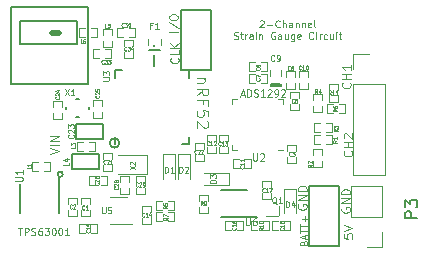
<source format=gto>
G04 #@! TF.GenerationSoftware,KiCad,Pcbnew,(5.0.0)*
G04 #@! TF.CreationDate,2019-04-26T12:00:10-04:00*
G04 #@! TF.ProjectId,StrainGauge2,53747261696E4761756765322E6B6963,rev?*
G04 #@! TF.SameCoordinates,Original*
G04 #@! TF.FileFunction,Legend,Top*
G04 #@! TF.FilePolarity,Positive*
%FSLAX46Y46*%
G04 Gerber Fmt 4.6, Leading zero omitted, Abs format (unit mm)*
G04 Created by KiCad (PCBNEW (5.0.0)) date 04/26/19 12:00:10*
%MOMM*%
%LPD*%
G01*
G04 APERTURE LIST*
%ADD10C,0.090000*%
%ADD11C,0.070000*%
%ADD12C,0.100000*%
%ADD13C,0.200000*%
%ADD14C,0.125000*%
%ADD15C,0.500000*%
%ADD16C,0.120000*%
%ADD17C,0.071120*%
%ADD18C,0.150000*%
%ADD19C,0.152400*%
%ADD20C,0.127000*%
%ADD21C,0.080000*%
%ADD22C,0.114300*%
%ADD23C,0.092000*%
%ADD24C,0.095000*%
G04 APERTURE END LIST*
D10*
X286932142Y-126683571D02*
X286960714Y-126655000D01*
X287017857Y-126626428D01*
X287160714Y-126626428D01*
X287217857Y-126655000D01*
X287246428Y-126683571D01*
X287275000Y-126740714D01*
X287275000Y-126797857D01*
X287246428Y-126883571D01*
X286903571Y-127226428D01*
X287275000Y-127226428D01*
X287532142Y-126997857D02*
X287989285Y-126997857D01*
X288617857Y-127169285D02*
X288589285Y-127197857D01*
X288503571Y-127226428D01*
X288446428Y-127226428D01*
X288360714Y-127197857D01*
X288303571Y-127140714D01*
X288275000Y-127083571D01*
X288246428Y-126969285D01*
X288246428Y-126883571D01*
X288275000Y-126769285D01*
X288303571Y-126712142D01*
X288360714Y-126655000D01*
X288446428Y-126626428D01*
X288503571Y-126626428D01*
X288589285Y-126655000D01*
X288617857Y-126683571D01*
X288875000Y-127226428D02*
X288875000Y-126626428D01*
X289132142Y-127226428D02*
X289132142Y-126912142D01*
X289103571Y-126855000D01*
X289046428Y-126826428D01*
X288960714Y-126826428D01*
X288903571Y-126855000D01*
X288875000Y-126883571D01*
X289675000Y-127226428D02*
X289675000Y-126912142D01*
X289646428Y-126855000D01*
X289589285Y-126826428D01*
X289475000Y-126826428D01*
X289417857Y-126855000D01*
X289675000Y-127197857D02*
X289617857Y-127226428D01*
X289475000Y-127226428D01*
X289417857Y-127197857D01*
X289389285Y-127140714D01*
X289389285Y-127083571D01*
X289417857Y-127026428D01*
X289475000Y-126997857D01*
X289617857Y-126997857D01*
X289675000Y-126969285D01*
X289960714Y-126826428D02*
X289960714Y-127226428D01*
X289960714Y-126883571D02*
X289989285Y-126855000D01*
X290046428Y-126826428D01*
X290132142Y-126826428D01*
X290189285Y-126855000D01*
X290217857Y-126912142D01*
X290217857Y-127226428D01*
X290503571Y-126826428D02*
X290503571Y-127226428D01*
X290503571Y-126883571D02*
X290532142Y-126855000D01*
X290589285Y-126826428D01*
X290675000Y-126826428D01*
X290732142Y-126855000D01*
X290760714Y-126912142D01*
X290760714Y-127226428D01*
X291275000Y-127197857D02*
X291217857Y-127226428D01*
X291103571Y-127226428D01*
X291046428Y-127197857D01*
X291017857Y-127140714D01*
X291017857Y-126912142D01*
X291046428Y-126855000D01*
X291103571Y-126826428D01*
X291217857Y-126826428D01*
X291275000Y-126855000D01*
X291303571Y-126912142D01*
X291303571Y-126969285D01*
X291017857Y-127026428D01*
X291646428Y-127226428D02*
X291589285Y-127197857D01*
X291560714Y-127140714D01*
X291560714Y-126626428D01*
X284760714Y-128187857D02*
X284846428Y-128216428D01*
X284989285Y-128216428D01*
X285046428Y-128187857D01*
X285075000Y-128159285D01*
X285103571Y-128102142D01*
X285103571Y-128045000D01*
X285075000Y-127987857D01*
X285046428Y-127959285D01*
X284989285Y-127930714D01*
X284875000Y-127902142D01*
X284817857Y-127873571D01*
X284789285Y-127845000D01*
X284760714Y-127787857D01*
X284760714Y-127730714D01*
X284789285Y-127673571D01*
X284817857Y-127645000D01*
X284875000Y-127616428D01*
X285017857Y-127616428D01*
X285103571Y-127645000D01*
X285275000Y-127816428D02*
X285503571Y-127816428D01*
X285360714Y-127616428D02*
X285360714Y-128130714D01*
X285389285Y-128187857D01*
X285446428Y-128216428D01*
X285503571Y-128216428D01*
X285703571Y-128216428D02*
X285703571Y-127816428D01*
X285703571Y-127930714D02*
X285732142Y-127873571D01*
X285760714Y-127845000D01*
X285817857Y-127816428D01*
X285875000Y-127816428D01*
X286332142Y-128216428D02*
X286332142Y-127902142D01*
X286303571Y-127845000D01*
X286246428Y-127816428D01*
X286132142Y-127816428D01*
X286075000Y-127845000D01*
X286332142Y-128187857D02*
X286275000Y-128216428D01*
X286132142Y-128216428D01*
X286075000Y-128187857D01*
X286046428Y-128130714D01*
X286046428Y-128073571D01*
X286075000Y-128016428D01*
X286132142Y-127987857D01*
X286275000Y-127987857D01*
X286332142Y-127959285D01*
X286617857Y-128216428D02*
X286617857Y-127816428D01*
X286617857Y-127616428D02*
X286589285Y-127645000D01*
X286617857Y-127673571D01*
X286646428Y-127645000D01*
X286617857Y-127616428D01*
X286617857Y-127673571D01*
X286903571Y-127816428D02*
X286903571Y-128216428D01*
X286903571Y-127873571D02*
X286932142Y-127845000D01*
X286989285Y-127816428D01*
X287075000Y-127816428D01*
X287132142Y-127845000D01*
X287160714Y-127902142D01*
X287160714Y-128216428D01*
X288217857Y-127645000D02*
X288160714Y-127616428D01*
X288075000Y-127616428D01*
X287989285Y-127645000D01*
X287932142Y-127702142D01*
X287903571Y-127759285D01*
X287875000Y-127873571D01*
X287875000Y-127959285D01*
X287903571Y-128073571D01*
X287932142Y-128130714D01*
X287989285Y-128187857D01*
X288075000Y-128216428D01*
X288132142Y-128216428D01*
X288217857Y-128187857D01*
X288246428Y-128159285D01*
X288246428Y-127959285D01*
X288132142Y-127959285D01*
X288760714Y-128216428D02*
X288760714Y-127902142D01*
X288732142Y-127845000D01*
X288675000Y-127816428D01*
X288560714Y-127816428D01*
X288503571Y-127845000D01*
X288760714Y-128187857D02*
X288703571Y-128216428D01*
X288560714Y-128216428D01*
X288503571Y-128187857D01*
X288475000Y-128130714D01*
X288475000Y-128073571D01*
X288503571Y-128016428D01*
X288560714Y-127987857D01*
X288703571Y-127987857D01*
X288760714Y-127959285D01*
X289303571Y-127816428D02*
X289303571Y-128216428D01*
X289046428Y-127816428D02*
X289046428Y-128130714D01*
X289075000Y-128187857D01*
X289132142Y-128216428D01*
X289217857Y-128216428D01*
X289275000Y-128187857D01*
X289303571Y-128159285D01*
X289846428Y-127816428D02*
X289846428Y-128302142D01*
X289817857Y-128359285D01*
X289789285Y-128387857D01*
X289732142Y-128416428D01*
X289646428Y-128416428D01*
X289589285Y-128387857D01*
X289846428Y-128187857D02*
X289789285Y-128216428D01*
X289675000Y-128216428D01*
X289617857Y-128187857D01*
X289589285Y-128159285D01*
X289560714Y-128102142D01*
X289560714Y-127930714D01*
X289589285Y-127873571D01*
X289617857Y-127845000D01*
X289675000Y-127816428D01*
X289789285Y-127816428D01*
X289846428Y-127845000D01*
X290360714Y-128187857D02*
X290303571Y-128216428D01*
X290189285Y-128216428D01*
X290132142Y-128187857D01*
X290103571Y-128130714D01*
X290103571Y-127902142D01*
X290132142Y-127845000D01*
X290189285Y-127816428D01*
X290303571Y-127816428D01*
X290360714Y-127845000D01*
X290389285Y-127902142D01*
X290389285Y-127959285D01*
X290103571Y-128016428D01*
X291446428Y-128159285D02*
X291417857Y-128187857D01*
X291332142Y-128216428D01*
X291275000Y-128216428D01*
X291189285Y-128187857D01*
X291132142Y-128130714D01*
X291103571Y-128073571D01*
X291075000Y-127959285D01*
X291075000Y-127873571D01*
X291103571Y-127759285D01*
X291132142Y-127702142D01*
X291189285Y-127645000D01*
X291275000Y-127616428D01*
X291332142Y-127616428D01*
X291417857Y-127645000D01*
X291446428Y-127673571D01*
X291703571Y-128216428D02*
X291703571Y-127816428D01*
X291703571Y-127616428D02*
X291675000Y-127645000D01*
X291703571Y-127673571D01*
X291732142Y-127645000D01*
X291703571Y-127616428D01*
X291703571Y-127673571D01*
X291989285Y-128216428D02*
X291989285Y-127816428D01*
X291989285Y-127930714D02*
X292017857Y-127873571D01*
X292046428Y-127845000D01*
X292103571Y-127816428D01*
X292160714Y-127816428D01*
X292617857Y-128187857D02*
X292560714Y-128216428D01*
X292446428Y-128216428D01*
X292389285Y-128187857D01*
X292360714Y-128159285D01*
X292332142Y-128102142D01*
X292332142Y-127930714D01*
X292360714Y-127873571D01*
X292389285Y-127845000D01*
X292446428Y-127816428D01*
X292560714Y-127816428D01*
X292617857Y-127845000D01*
X293132142Y-127816428D02*
X293132142Y-128216428D01*
X292875000Y-127816428D02*
X292875000Y-128130714D01*
X292903571Y-128187857D01*
X292960714Y-128216428D01*
X293046428Y-128216428D01*
X293103571Y-128187857D01*
X293132142Y-128159285D01*
X293417857Y-128216428D02*
X293417857Y-127816428D01*
X293417857Y-127616428D02*
X293389285Y-127645000D01*
X293417857Y-127673571D01*
X293446428Y-127645000D01*
X293417857Y-127616428D01*
X293417857Y-127673571D01*
X293617857Y-127816428D02*
X293846428Y-127816428D01*
X293703571Y-127616428D02*
X293703571Y-128130714D01*
X293732142Y-128187857D01*
X293789285Y-128216428D01*
X293846428Y-128216428D01*
D11*
X290637142Y-145482857D02*
X290665714Y-145397142D01*
X290694285Y-145368571D01*
X290751428Y-145340000D01*
X290837142Y-145340000D01*
X290894285Y-145368571D01*
X290922857Y-145397142D01*
X290951428Y-145454285D01*
X290951428Y-145682857D01*
X290351428Y-145682857D01*
X290351428Y-145482857D01*
X290380000Y-145425714D01*
X290408571Y-145397142D01*
X290465714Y-145368571D01*
X290522857Y-145368571D01*
X290580000Y-145397142D01*
X290608571Y-145425714D01*
X290637142Y-145482857D01*
X290637142Y-145682857D01*
X290780000Y-145111428D02*
X290780000Y-144825714D01*
X290951428Y-145168571D02*
X290351428Y-144968571D01*
X290951428Y-144768571D01*
X290351428Y-144654285D02*
X290351428Y-144311428D01*
X290951428Y-144482857D02*
X290351428Y-144482857D01*
X290351428Y-144197142D02*
X290351428Y-143854285D01*
X290951428Y-144025714D02*
X290351428Y-144025714D01*
X290722857Y-143654285D02*
X290722857Y-143197142D01*
X290951428Y-143425714D02*
X290494285Y-143425714D01*
D12*
X294029285Y-144712857D02*
X294029285Y-145070000D01*
X294386428Y-145105714D01*
X294350714Y-145070000D01*
X294315000Y-144998571D01*
X294315000Y-144820000D01*
X294350714Y-144748571D01*
X294386428Y-144712857D01*
X294457857Y-144677142D01*
X294636428Y-144677142D01*
X294707857Y-144712857D01*
X294743571Y-144748571D01*
X294779285Y-144820000D01*
X294779285Y-144998571D01*
X294743571Y-145070000D01*
X294707857Y-145105714D01*
X294029285Y-144462857D02*
X294779285Y-144212857D01*
X294029285Y-143962857D01*
X290205000Y-142221428D02*
X290169285Y-142292857D01*
X290169285Y-142400000D01*
X290205000Y-142507142D01*
X290276428Y-142578571D01*
X290347857Y-142614285D01*
X290490714Y-142650000D01*
X290597857Y-142650000D01*
X290740714Y-142614285D01*
X290812142Y-142578571D01*
X290883571Y-142507142D01*
X290919285Y-142400000D01*
X290919285Y-142328571D01*
X290883571Y-142221428D01*
X290847857Y-142185714D01*
X290597857Y-142185714D01*
X290597857Y-142328571D01*
X290919285Y-141864285D02*
X290169285Y-141864285D01*
X290919285Y-141435714D01*
X290169285Y-141435714D01*
X290919285Y-141078571D02*
X290169285Y-141078571D01*
X290169285Y-140900000D01*
X290205000Y-140792857D01*
X290276428Y-140721428D01*
X290347857Y-140685714D01*
X290490714Y-140650000D01*
X290597857Y-140650000D01*
X290740714Y-140685714D01*
X290812142Y-140721428D01*
X290883571Y-140792857D01*
X290919285Y-140900000D01*
X290919285Y-141078571D01*
D13*
X288690000Y-132180000D02*
X288690000Y-132020000D01*
X287880000Y-132180000D02*
X288690000Y-132180000D01*
X287880000Y-132020000D02*
X287880000Y-132180000D01*
X288680000Y-132020000D02*
X287880000Y-132020000D01*
D10*
X285328571Y-132910000D02*
X285614285Y-132910000D01*
X285271428Y-133081428D02*
X285471428Y-132481428D01*
X285671428Y-133081428D01*
X285871428Y-133081428D02*
X285871428Y-132481428D01*
X286014285Y-132481428D01*
X286100000Y-132510000D01*
X286157142Y-132567142D01*
X286185714Y-132624285D01*
X286214285Y-132738571D01*
X286214285Y-132824285D01*
X286185714Y-132938571D01*
X286157142Y-132995714D01*
X286100000Y-133052857D01*
X286014285Y-133081428D01*
X285871428Y-133081428D01*
X286442857Y-133052857D02*
X286528571Y-133081428D01*
X286671428Y-133081428D01*
X286728571Y-133052857D01*
X286757142Y-133024285D01*
X286785714Y-132967142D01*
X286785714Y-132910000D01*
X286757142Y-132852857D01*
X286728571Y-132824285D01*
X286671428Y-132795714D01*
X286557142Y-132767142D01*
X286500000Y-132738571D01*
X286471428Y-132710000D01*
X286442857Y-132652857D01*
X286442857Y-132595714D01*
X286471428Y-132538571D01*
X286500000Y-132510000D01*
X286557142Y-132481428D01*
X286700000Y-132481428D01*
X286785714Y-132510000D01*
X287357142Y-133081428D02*
X287014285Y-133081428D01*
X287185714Y-133081428D02*
X287185714Y-132481428D01*
X287128571Y-132567142D01*
X287071428Y-132624285D01*
X287014285Y-132652857D01*
X287585714Y-132538571D02*
X287614285Y-132510000D01*
X287671428Y-132481428D01*
X287814285Y-132481428D01*
X287871428Y-132510000D01*
X287900000Y-132538571D01*
X287928571Y-132595714D01*
X287928571Y-132652857D01*
X287900000Y-132738571D01*
X287557142Y-133081428D01*
X287928571Y-133081428D01*
X288214285Y-133081428D02*
X288328571Y-133081428D01*
X288385714Y-133052857D01*
X288414285Y-133024285D01*
X288471428Y-132938571D01*
X288500000Y-132824285D01*
X288500000Y-132595714D01*
X288471428Y-132538571D01*
X288442857Y-132510000D01*
X288385714Y-132481428D01*
X288271428Y-132481428D01*
X288214285Y-132510000D01*
X288185714Y-132538571D01*
X288157142Y-132595714D01*
X288157142Y-132738571D01*
X288185714Y-132795714D01*
X288214285Y-132824285D01*
X288271428Y-132852857D01*
X288385714Y-132852857D01*
X288442857Y-132824285D01*
X288471428Y-132795714D01*
X288500000Y-132738571D01*
X288728571Y-132538571D02*
X288757142Y-132510000D01*
X288814285Y-132481428D01*
X288957142Y-132481428D01*
X289014285Y-132510000D01*
X289042857Y-132538571D01*
X289071428Y-132595714D01*
X289071428Y-132652857D01*
X289042857Y-132738571D01*
X288700000Y-133081428D01*
X289071428Y-133081428D01*
X266484285Y-144201428D02*
X266827142Y-144201428D01*
X266655714Y-144801428D02*
X266655714Y-144201428D01*
X267027142Y-144801428D02*
X267027142Y-144201428D01*
X267255714Y-144201428D01*
X267312857Y-144230000D01*
X267341428Y-144258571D01*
X267370000Y-144315714D01*
X267370000Y-144401428D01*
X267341428Y-144458571D01*
X267312857Y-144487142D01*
X267255714Y-144515714D01*
X267027142Y-144515714D01*
X267598571Y-144772857D02*
X267684285Y-144801428D01*
X267827142Y-144801428D01*
X267884285Y-144772857D01*
X267912857Y-144744285D01*
X267941428Y-144687142D01*
X267941428Y-144630000D01*
X267912857Y-144572857D01*
X267884285Y-144544285D01*
X267827142Y-144515714D01*
X267712857Y-144487142D01*
X267655714Y-144458571D01*
X267627142Y-144430000D01*
X267598571Y-144372857D01*
X267598571Y-144315714D01*
X267627142Y-144258571D01*
X267655714Y-144230000D01*
X267712857Y-144201428D01*
X267855714Y-144201428D01*
X267941428Y-144230000D01*
X268455714Y-144201428D02*
X268341428Y-144201428D01*
X268284285Y-144230000D01*
X268255714Y-144258571D01*
X268198571Y-144344285D01*
X268170000Y-144458571D01*
X268170000Y-144687142D01*
X268198571Y-144744285D01*
X268227142Y-144772857D01*
X268284285Y-144801428D01*
X268398571Y-144801428D01*
X268455714Y-144772857D01*
X268484285Y-144744285D01*
X268512857Y-144687142D01*
X268512857Y-144544285D01*
X268484285Y-144487142D01*
X268455714Y-144458571D01*
X268398571Y-144430000D01*
X268284285Y-144430000D01*
X268227142Y-144458571D01*
X268198571Y-144487142D01*
X268170000Y-144544285D01*
X268712857Y-144201428D02*
X269084285Y-144201428D01*
X268884285Y-144430000D01*
X268970000Y-144430000D01*
X269027142Y-144458571D01*
X269055714Y-144487142D01*
X269084285Y-144544285D01*
X269084285Y-144687142D01*
X269055714Y-144744285D01*
X269027142Y-144772857D01*
X268970000Y-144801428D01*
X268798571Y-144801428D01*
X268741428Y-144772857D01*
X268712857Y-144744285D01*
X269455714Y-144201428D02*
X269512857Y-144201428D01*
X269570000Y-144230000D01*
X269598571Y-144258571D01*
X269627142Y-144315714D01*
X269655714Y-144430000D01*
X269655714Y-144572857D01*
X269627142Y-144687142D01*
X269598571Y-144744285D01*
X269570000Y-144772857D01*
X269512857Y-144801428D01*
X269455714Y-144801428D01*
X269398571Y-144772857D01*
X269370000Y-144744285D01*
X269341428Y-144687142D01*
X269312857Y-144572857D01*
X269312857Y-144430000D01*
X269341428Y-144315714D01*
X269370000Y-144258571D01*
X269398571Y-144230000D01*
X269455714Y-144201428D01*
X270027142Y-144201428D02*
X270084285Y-144201428D01*
X270141428Y-144230000D01*
X270170000Y-144258571D01*
X270198571Y-144315714D01*
X270227142Y-144430000D01*
X270227142Y-144572857D01*
X270198571Y-144687142D01*
X270170000Y-144744285D01*
X270141428Y-144772857D01*
X270084285Y-144801428D01*
X270027142Y-144801428D01*
X269970000Y-144772857D01*
X269941428Y-144744285D01*
X269912857Y-144687142D01*
X269884285Y-144572857D01*
X269884285Y-144430000D01*
X269912857Y-144315714D01*
X269941428Y-144258571D01*
X269970000Y-144230000D01*
X270027142Y-144201428D01*
X270798571Y-144801428D02*
X270455714Y-144801428D01*
X270627142Y-144801428D02*
X270627142Y-144201428D01*
X270570000Y-144287142D01*
X270512857Y-144344285D01*
X270455714Y-144372857D01*
D13*
X277550000Y-129140000D02*
X278460000Y-129140000D01*
X277980000Y-128770000D02*
X277980000Y-128700000D01*
X278000000Y-130530000D02*
X278000000Y-129530000D01*
D12*
X279976666Y-127633333D02*
X279276666Y-127633333D01*
X279243333Y-126800000D02*
X280143333Y-127400000D01*
X279276666Y-126433333D02*
X279276666Y-126300000D01*
X279310000Y-126233333D01*
X279376666Y-126166666D01*
X279510000Y-126133333D01*
X279743333Y-126133333D01*
X279876666Y-126166666D01*
X279943333Y-126233333D01*
X279976666Y-126300000D01*
X279976666Y-126433333D01*
X279943333Y-126500000D01*
X279876666Y-126566666D01*
X279743333Y-126600000D01*
X279510000Y-126600000D01*
X279376666Y-126566666D01*
X279310000Y-126500000D01*
X279276666Y-126433333D01*
D13*
X265900000Y-132000000D02*
X265900000Y-125500000D01*
X272400000Y-132000000D02*
X265900000Y-132000000D01*
X272400000Y-125500000D02*
X272400000Y-132000000D01*
X265900000Y-125500000D02*
X272400000Y-125500000D01*
D14*
X282254285Y-131504761D02*
X281587619Y-131504761D01*
X282159047Y-131504761D02*
X282206666Y-131552380D01*
X282254285Y-131647619D01*
X282254285Y-131790476D01*
X282206666Y-131885714D01*
X282111428Y-131933333D01*
X281587619Y-131933333D01*
X281587619Y-132980952D02*
X282063809Y-132647619D01*
X281587619Y-132409523D02*
X282587619Y-132409523D01*
X282587619Y-132790476D01*
X282540000Y-132885714D01*
X282492380Y-132933333D01*
X282397142Y-132980952D01*
X282254285Y-132980952D01*
X282159047Y-132933333D01*
X282111428Y-132885714D01*
X282063809Y-132790476D01*
X282063809Y-132409523D01*
X282111428Y-133742857D02*
X282111428Y-133409523D01*
X281587619Y-133409523D02*
X282587619Y-133409523D01*
X282587619Y-133885714D01*
X282587619Y-134742857D02*
X282587619Y-134266666D01*
X282111428Y-134219047D01*
X282159047Y-134266666D01*
X282206666Y-134361904D01*
X282206666Y-134600000D01*
X282159047Y-134695238D01*
X282111428Y-134742857D01*
X282016190Y-134790476D01*
X281778095Y-134790476D01*
X281682857Y-134742857D01*
X281635238Y-134695238D01*
X281587619Y-134600000D01*
X281587619Y-134361904D01*
X281635238Y-134266666D01*
X281682857Y-134219047D01*
X282492380Y-135171428D02*
X282540000Y-135219047D01*
X282587619Y-135314285D01*
X282587619Y-135552380D01*
X282540000Y-135647619D01*
X282492380Y-135695238D01*
X282397142Y-135742857D01*
X282301904Y-135742857D01*
X282159047Y-135695238D01*
X281587619Y-135123809D01*
X281587619Y-135742857D01*
D12*
X294689285Y-137692857D02*
X294724523Y-137728571D01*
X294759761Y-137835714D01*
X294759761Y-137907142D01*
X294724523Y-138014285D01*
X294654047Y-138085714D01*
X294583571Y-138121428D01*
X294442619Y-138157142D01*
X294336904Y-138157142D01*
X294195952Y-138121428D01*
X294125476Y-138085714D01*
X294055000Y-138014285D01*
X294019761Y-137907142D01*
X294019761Y-137835714D01*
X294055000Y-137728571D01*
X294090238Y-137692857D01*
X294759761Y-137371428D02*
X294019761Y-137371428D01*
X294372142Y-137371428D02*
X294372142Y-136942857D01*
X294759761Y-136942857D02*
X294019761Y-136942857D01*
X294090238Y-136621428D02*
X294055000Y-136585714D01*
X294019761Y-136514285D01*
X294019761Y-136335714D01*
X294055000Y-136264285D01*
X294090238Y-136228571D01*
X294160714Y-136192857D01*
X294231190Y-136192857D01*
X294336904Y-136228571D01*
X294759761Y-136657142D01*
X294759761Y-136192857D01*
X294564285Y-131892857D02*
X294599523Y-131928571D01*
X294634761Y-132035714D01*
X294634761Y-132107142D01*
X294599523Y-132214285D01*
X294529047Y-132285714D01*
X294458571Y-132321428D01*
X294317619Y-132357142D01*
X294211904Y-132357142D01*
X294070952Y-132321428D01*
X294000476Y-132285714D01*
X293930000Y-132214285D01*
X293894761Y-132107142D01*
X293894761Y-132035714D01*
X293930000Y-131928571D01*
X293965238Y-131892857D01*
X294634761Y-131571428D02*
X293894761Y-131571428D01*
X294247142Y-131571428D02*
X294247142Y-131142857D01*
X294634761Y-131142857D02*
X293894761Y-131142857D01*
X294634761Y-130392857D02*
X294634761Y-130821428D01*
X294634761Y-130607142D02*
X293894761Y-130607142D01*
X294000476Y-130678571D01*
X294070952Y-130750000D01*
X294106190Y-130821428D01*
D13*
X270243607Y-139655000D02*
G75*
G03X270243607Y-139655000I-223607J0D01*
G01*
X275033113Y-137010000D02*
G75*
G03X275033113Y-137010000I-403113J0D01*
G01*
D12*
X280000000Y-129816666D02*
X280033333Y-129850000D01*
X280066666Y-129950000D01*
X280066666Y-130016666D01*
X280033333Y-130116666D01*
X279966666Y-130183333D01*
X279900000Y-130216666D01*
X279766666Y-130250000D01*
X279666666Y-130250000D01*
X279533333Y-130216666D01*
X279466666Y-130183333D01*
X279400000Y-130116666D01*
X279366666Y-130016666D01*
X279366666Y-129950000D01*
X279400000Y-129850000D01*
X279433333Y-129816666D01*
X280066666Y-129183333D02*
X280066666Y-129516666D01*
X279366666Y-129516666D01*
X280066666Y-128950000D02*
X279366666Y-128950000D01*
X280066666Y-128550000D02*
X279666666Y-128850000D01*
X279366666Y-128550000D02*
X279766666Y-128950000D01*
X293875000Y-142491428D02*
X293839285Y-142562857D01*
X293839285Y-142670000D01*
X293875000Y-142777142D01*
X293946428Y-142848571D01*
X294017857Y-142884285D01*
X294160714Y-142920000D01*
X294267857Y-142920000D01*
X294410714Y-142884285D01*
X294482142Y-142848571D01*
X294553571Y-142777142D01*
X294589285Y-142670000D01*
X294589285Y-142598571D01*
X294553571Y-142491428D01*
X294517857Y-142455714D01*
X294267857Y-142455714D01*
X294267857Y-142598571D01*
X294589285Y-142134285D02*
X293839285Y-142134285D01*
X294589285Y-141705714D01*
X293839285Y-141705714D01*
X294589285Y-141348571D02*
X293839285Y-141348571D01*
X293839285Y-141170000D01*
X293875000Y-141062857D01*
X293946428Y-140991428D01*
X294017857Y-140955714D01*
X294160714Y-140920000D01*
X294267857Y-140920000D01*
X294410714Y-140955714D01*
X294482142Y-140991428D01*
X294553571Y-141062857D01*
X294589285Y-141170000D01*
X294589285Y-141348571D01*
X269199285Y-137921428D02*
X269949285Y-137671428D01*
X269199285Y-137421428D01*
X269949285Y-137171428D02*
X269199285Y-137171428D01*
X269949285Y-136814285D02*
X269199285Y-136814285D01*
X269949285Y-136385714D01*
X269199285Y-136385714D01*
D15*
X269900000Y-127673000D02*
X269320000Y-127673000D01*
D16*
G04 #@! TO.C,P5*
X294845000Y-139720000D02*
X297505000Y-139720000D01*
X294845000Y-132040000D02*
X294845000Y-139720000D01*
X297505000Y-132040000D02*
X297505000Y-139720000D01*
X294845000Y-132040000D02*
X297505000Y-132040000D01*
X294845000Y-130770000D02*
X294845000Y-129440000D01*
X294845000Y-129440000D02*
X296175000Y-129440000D01*
D17*
G04 #@! TO.C,R11*
X293531000Y-131988420D02*
X293531000Y-132496420D01*
X292769000Y-131988420D02*
X293531000Y-131988420D01*
X292769000Y-132496420D02*
X292769000Y-131988420D01*
X293531000Y-133512420D02*
X293531000Y-133004420D01*
X292769000Y-133512420D02*
X293531000Y-133512420D01*
X292769000Y-133004420D02*
X292769000Y-133512420D01*
G04 #@! TO.C,R6*
X293095580Y-133719000D02*
X292587580Y-133719000D01*
X292587580Y-133719000D02*
X292587580Y-134481000D01*
X292587580Y-134481000D02*
X293095580Y-134481000D01*
X293603580Y-133719000D02*
X294111580Y-133719000D01*
X294111580Y-133719000D02*
X294111580Y-134481000D01*
X294111580Y-134481000D02*
X293603580Y-134481000D01*
D16*
G04 #@! TO.C,P3*
X297320000Y-140640000D02*
X294660000Y-140640000D01*
X297320000Y-143240000D02*
X297320000Y-140640000D01*
X294660000Y-143240000D02*
X294660000Y-140640000D01*
X297320000Y-143240000D02*
X294660000Y-143240000D01*
X297320000Y-144510000D02*
X297320000Y-145840000D01*
X297320000Y-145840000D02*
X295990000Y-145840000D01*
D17*
G04 #@! TO.C,R5*
X278676000Y-141909000D02*
X278168000Y-141909000D01*
X278168000Y-141909000D02*
X278168000Y-142671000D01*
X278168000Y-142671000D02*
X278676000Y-142671000D01*
X279184000Y-141909000D02*
X279692000Y-141909000D01*
X279692000Y-141909000D02*
X279692000Y-142671000D01*
X279692000Y-142671000D02*
X279184000Y-142671000D01*
D16*
G04 #@! TO.C,U5*
X274250000Y-143870000D02*
X276150000Y-143870000D01*
X275650000Y-141550000D02*
X274250000Y-141550000D01*
G04 #@! TO.C,D4*
X290020000Y-140880000D02*
X289020000Y-140880000D01*
X289020000Y-140880000D02*
X289020000Y-142980000D01*
X290020000Y-140880000D02*
X290020000Y-142980000D01*
D17*
G04 #@! TO.C,C18*
X288506000Y-143629000D02*
X287998000Y-143629000D01*
X287998000Y-143629000D02*
X287998000Y-144391000D01*
X287998000Y-144391000D02*
X288506000Y-144391000D01*
X289014000Y-143629000D02*
X289522000Y-143629000D01*
X289522000Y-143629000D02*
X289522000Y-144391000D01*
X289522000Y-144391000D02*
X289014000Y-144391000D01*
G04 #@! TO.C,R10*
X286726000Y-143629000D02*
X286218000Y-143629000D01*
X286218000Y-143629000D02*
X286218000Y-144391000D01*
X286218000Y-144391000D02*
X286726000Y-144391000D01*
X287234000Y-143629000D02*
X287742000Y-143629000D01*
X287742000Y-143629000D02*
X287742000Y-144391000D01*
X287742000Y-144391000D02*
X287234000Y-144391000D01*
G04 #@! TO.C,C16*
X285004000Y-144401000D02*
X285512000Y-144401000D01*
X285512000Y-144401000D02*
X285512000Y-143639000D01*
X285512000Y-143639000D02*
X285004000Y-143639000D01*
X284496000Y-144401000D02*
X283988000Y-144401000D01*
X283988000Y-144401000D02*
X283988000Y-143639000D01*
X283988000Y-143639000D02*
X284496000Y-143639000D01*
G04 #@! TO.C,R9*
X281759000Y-142444000D02*
X281759000Y-142952000D01*
X281759000Y-142952000D02*
X282521000Y-142952000D01*
X282521000Y-142952000D02*
X282521000Y-142444000D01*
X281759000Y-141936000D02*
X281759000Y-141428000D01*
X281759000Y-141428000D02*
X282521000Y-141428000D01*
X282521000Y-141428000D02*
X282521000Y-141936000D01*
G04 #@! TO.C,C17*
X287109000Y-141274000D02*
X287109000Y-141782000D01*
X287109000Y-141782000D02*
X287871000Y-141782000D01*
X287871000Y-141782000D02*
X287871000Y-141274000D01*
X287109000Y-140766000D02*
X287109000Y-140258000D01*
X287109000Y-140258000D02*
X287871000Y-140258000D01*
X287871000Y-140258000D02*
X287871000Y-140766000D01*
D16*
G04 #@! TO.C,D3*
X284340000Y-140550000D02*
X284340000Y-139550000D01*
X284340000Y-139550000D02*
X282240000Y-139550000D01*
X284340000Y-140550000D02*
X282240000Y-140550000D01*
D17*
G04 #@! TO.C,C22*
X282181000Y-137516000D02*
X282181000Y-137008000D01*
X282181000Y-137008000D02*
X281419000Y-137008000D01*
X281419000Y-137008000D02*
X281419000Y-137516000D01*
X282181000Y-138024000D02*
X282181000Y-138532000D01*
X282181000Y-138532000D02*
X281419000Y-138532000D01*
X281419000Y-138532000D02*
X281419000Y-138024000D01*
G04 #@! TO.C,R7*
X279184000Y-143651000D02*
X279692000Y-143651000D01*
X279692000Y-143651000D02*
X279692000Y-142889000D01*
X279692000Y-142889000D02*
X279184000Y-142889000D01*
X278676000Y-143651000D02*
X278168000Y-143651000D01*
X278168000Y-143651000D02*
X278168000Y-142889000D01*
X278168000Y-142889000D02*
X278676000Y-142889000D01*
G04 #@! TO.C,C14*
X276929000Y-143354000D02*
X276929000Y-143862000D01*
X276929000Y-143862000D02*
X277691000Y-143862000D01*
X277691000Y-143862000D02*
X277691000Y-143354000D01*
X276929000Y-142846000D02*
X276929000Y-142338000D01*
X276929000Y-142338000D02*
X277691000Y-142338000D01*
X277691000Y-142338000D02*
X277691000Y-142846000D01*
G04 #@! TO.C,C15*
X272654000Y-144641000D02*
X273162000Y-144641000D01*
X273162000Y-144641000D02*
X273162000Y-143879000D01*
X273162000Y-143879000D02*
X272654000Y-143879000D01*
X272146000Y-144641000D02*
X271638000Y-144641000D01*
X271638000Y-144641000D02*
X271638000Y-143879000D01*
X271638000Y-143879000D02*
X272146000Y-143879000D01*
D16*
G04 #@! TO.C,U2*
X284610000Y-137620000D02*
X284610000Y-137195000D01*
X288910000Y-133320000D02*
X288910000Y-133745000D01*
X284610000Y-133320000D02*
X284610000Y-133745000D01*
X288910000Y-137620000D02*
X288485000Y-137620000D01*
X288910000Y-133320000D02*
X288485000Y-133320000D01*
X284610000Y-133320000D02*
X285035000Y-133320000D01*
X284610000Y-137620000D02*
X285035000Y-137620000D01*
D17*
G04 #@! TO.C,C5*
X289509000Y-133704000D02*
X289509000Y-134212000D01*
X289509000Y-134212000D02*
X290271000Y-134212000D01*
X290271000Y-134212000D02*
X290271000Y-133704000D01*
X289509000Y-133196000D02*
X289509000Y-132688000D01*
X289509000Y-132688000D02*
X290271000Y-132688000D01*
X290271000Y-132688000D02*
X290271000Y-133196000D01*
G04 #@! TO.C,C3*
X289219000Y-138164000D02*
X289219000Y-138672000D01*
X289219000Y-138672000D02*
X289981000Y-138672000D01*
X289981000Y-138672000D02*
X289981000Y-138164000D01*
X289219000Y-137656000D02*
X289219000Y-137148000D01*
X289219000Y-137148000D02*
X289981000Y-137148000D01*
X289981000Y-137148000D02*
X289981000Y-137656000D01*
G04 #@! TO.C,C13*
X284211000Y-136806000D02*
X284211000Y-136298000D01*
X284211000Y-136298000D02*
X283449000Y-136298000D01*
X283449000Y-136298000D02*
X283449000Y-136806000D01*
X284211000Y-137314000D02*
X284211000Y-137822000D01*
X284211000Y-137822000D02*
X283449000Y-137822000D01*
X283449000Y-137822000D02*
X283449000Y-137314000D01*
G04 #@! TO.C,C12*
X283221000Y-136806000D02*
X283221000Y-136298000D01*
X283221000Y-136298000D02*
X282459000Y-136298000D01*
X282459000Y-136298000D02*
X282459000Y-136806000D01*
X283221000Y-137314000D02*
X283221000Y-137822000D01*
X283221000Y-137822000D02*
X282459000Y-137822000D01*
X282459000Y-137822000D02*
X282459000Y-137314000D01*
G04 #@! TO.C,C8*
X286516000Y-130189000D02*
X286008000Y-130189000D01*
X286008000Y-130189000D02*
X286008000Y-130951000D01*
X286008000Y-130951000D02*
X286516000Y-130951000D01*
X287024000Y-130189000D02*
X287532000Y-130189000D01*
X287532000Y-130189000D02*
X287532000Y-130951000D01*
X287532000Y-130951000D02*
X287024000Y-130951000D01*
G04 #@! TO.C,C10*
X290981000Y-131386000D02*
X290981000Y-130878000D01*
X290981000Y-130878000D02*
X290219000Y-130878000D01*
X290219000Y-130878000D02*
X290219000Y-131386000D01*
X290981000Y-131894000D02*
X290981000Y-132402000D01*
X290981000Y-132402000D02*
X290219000Y-132402000D01*
X290219000Y-132402000D02*
X290219000Y-131894000D01*
G04 #@! TO.C,C7*
X286516000Y-131139000D02*
X286008000Y-131139000D01*
X286008000Y-131139000D02*
X286008000Y-131901000D01*
X286008000Y-131901000D02*
X286516000Y-131901000D01*
X287024000Y-131139000D02*
X287532000Y-131139000D01*
X287532000Y-131139000D02*
X287532000Y-131901000D01*
X287532000Y-131901000D02*
X287024000Y-131901000D01*
D18*
G04 #@! TO.C,U1*
X266670000Y-140525000D02*
X266670000Y-142975000D01*
X269970000Y-139800000D02*
X269970000Y-142975000D01*
D17*
G04 #@! TO.C,L1*
X268186000Y-138589000D02*
X267678000Y-138589000D01*
X267678000Y-138589000D02*
X267678000Y-139351000D01*
X267678000Y-139351000D02*
X268186000Y-139351000D01*
X268694000Y-138589000D02*
X269202000Y-138589000D01*
X269202000Y-138589000D02*
X269202000Y-139351000D01*
X269202000Y-139351000D02*
X268694000Y-139351000D01*
G04 #@! TO.C,C21*
X273689000Y-138854000D02*
X273689000Y-139362000D01*
X273689000Y-139362000D02*
X274451000Y-139362000D01*
X274451000Y-139362000D02*
X274451000Y-138854000D01*
X273689000Y-138346000D02*
X273689000Y-137838000D01*
X273689000Y-137838000D02*
X274451000Y-137838000D01*
X274451000Y-137838000D02*
X274451000Y-138346000D01*
D16*
G04 #@! TO.C,F1*
X277470000Y-128250000D02*
X277470000Y-128750000D01*
X278530000Y-128750000D02*
X278530000Y-128250000D01*
D17*
G04 #@! TO.C,C34*
X275459000Y-129294000D02*
X275459000Y-129802000D01*
X275459000Y-129802000D02*
X276221000Y-129802000D01*
X276221000Y-129802000D02*
X276221000Y-129294000D01*
X275459000Y-128786000D02*
X275459000Y-128278000D01*
X275459000Y-128278000D02*
X276221000Y-128278000D01*
X276221000Y-128278000D02*
X276221000Y-128786000D01*
G04 #@! TO.C,C33*
X273346000Y-129069000D02*
X272838000Y-129069000D01*
X272838000Y-129069000D02*
X272838000Y-129831000D01*
X272838000Y-129831000D02*
X273346000Y-129831000D01*
X273854000Y-129069000D02*
X274362000Y-129069000D01*
X274362000Y-129069000D02*
X274362000Y-129831000D01*
X274362000Y-129831000D02*
X273854000Y-129831000D01*
D19*
G04 #@! TO.C,P2*
X282770000Y-130830000D02*
X280230000Y-130830000D01*
X280230000Y-130830000D02*
X280230000Y-125750000D01*
X280230000Y-125750000D02*
X282770000Y-125750000D01*
X282770000Y-125750000D02*
X282770000Y-130830000D01*
D16*
G04 #@! TO.C,D2*
X280990000Y-137950000D02*
X279990000Y-137950000D01*
X279990000Y-137950000D02*
X279990000Y-140050000D01*
X280990000Y-137950000D02*
X280990000Y-140050000D01*
D17*
G04 #@! TO.C,C11*
X285694000Y-139171000D02*
X286202000Y-139171000D01*
X286202000Y-139171000D02*
X286202000Y-138409000D01*
X286202000Y-138409000D02*
X285694000Y-138409000D01*
X285186000Y-139171000D02*
X284678000Y-139171000D01*
X284678000Y-139171000D02*
X284678000Y-138409000D01*
X284678000Y-138409000D02*
X285186000Y-138409000D01*
G04 #@! TO.C,C6*
X289881000Y-131416000D02*
X289881000Y-130908000D01*
X289881000Y-130908000D02*
X289119000Y-130908000D01*
X289119000Y-130908000D02*
X289119000Y-131416000D01*
X289881000Y-131924000D02*
X289881000Y-132432000D01*
X289881000Y-132432000D02*
X289119000Y-132432000D01*
X289119000Y-132432000D02*
X289119000Y-131924000D01*
G04 #@! TO.C,C2*
X270659000Y-142704000D02*
X270659000Y-143212000D01*
X270659000Y-143212000D02*
X271421000Y-143212000D01*
X271421000Y-143212000D02*
X271421000Y-142704000D01*
X270659000Y-142196000D02*
X270659000Y-141688000D01*
X270659000Y-141688000D02*
X271421000Y-141688000D01*
X271421000Y-141688000D02*
X271421000Y-142196000D01*
G04 #@! TO.C,C1*
X271759000Y-142714000D02*
X271759000Y-143222000D01*
X271759000Y-143222000D02*
X272521000Y-143222000D01*
X272521000Y-143222000D02*
X272521000Y-142714000D01*
X271759000Y-142206000D02*
X271759000Y-141698000D01*
X271759000Y-141698000D02*
X272521000Y-141698000D01*
X272521000Y-141698000D02*
X272521000Y-142206000D01*
G04 #@! TO.C,R4*
X292231000Y-133396420D02*
X292231000Y-132888420D01*
X292231000Y-132888420D02*
X291469000Y-132888420D01*
X291469000Y-132888420D02*
X291469000Y-133396420D01*
X292231000Y-133904420D02*
X292231000Y-134412420D01*
X292231000Y-134412420D02*
X291469000Y-134412420D01*
X291469000Y-134412420D02*
X291469000Y-133904420D01*
G04 #@! TO.C,R3*
X292519473Y-136053892D02*
X293027473Y-136053892D01*
X293027473Y-136053892D02*
X293027473Y-135291892D01*
X293027473Y-135291892D02*
X292519473Y-135291892D01*
X292011473Y-136053892D02*
X291503473Y-136053892D01*
X291503473Y-136053892D02*
X291503473Y-135291892D01*
X291503473Y-135291892D02*
X292011473Y-135291892D01*
G04 #@! TO.C,R2*
X292206000Y-137995580D02*
X292206000Y-137487580D01*
X292206000Y-137487580D02*
X291444000Y-137487580D01*
X291444000Y-137487580D02*
X291444000Y-137995580D01*
X292206000Y-138503580D02*
X292206000Y-139011580D01*
X292206000Y-139011580D02*
X291444000Y-139011580D01*
X291444000Y-139011580D02*
X291444000Y-138503580D01*
G04 #@! TO.C,R1*
X292519893Y-137128892D02*
X293027893Y-137128892D01*
X293027893Y-137128892D02*
X293027893Y-136366892D01*
X293027893Y-136366892D02*
X292519893Y-136366892D01*
X292011893Y-137128892D02*
X291503893Y-137128892D01*
X291503893Y-137128892D02*
X291503893Y-136366892D01*
X291503893Y-136366892D02*
X292011893Y-136366892D01*
D16*
G04 #@! TO.C,D1*
X279740000Y-137950000D02*
X278740000Y-137950000D01*
X278740000Y-137950000D02*
X278740000Y-140050000D01*
X279740000Y-137950000D02*
X279740000Y-140050000D01*
D19*
G04 #@! TO.C,P1*
X293650000Y-145720000D02*
X291110000Y-145720000D01*
X291110000Y-145720000D02*
X291110000Y-140640000D01*
X291110000Y-140640000D02*
X293650000Y-140640000D01*
X293650000Y-140640000D02*
X293650000Y-145720000D01*
D20*
G04 #@! TO.C,L4*
X273313000Y-139255000D02*
X271027000Y-139255000D01*
X271027000Y-139255000D02*
X271027000Y-137985000D01*
X271027000Y-137985000D02*
X273313000Y-137985000D01*
X273313000Y-137985000D02*
X273313000Y-139255000D01*
D18*
G04 #@! TO.C,X1*
X272500000Y-134050000D02*
X272500000Y-134100000D01*
X272500000Y-134050000D02*
X272500000Y-134000000D01*
X270500000Y-134050000D02*
X270500000Y-134100000D01*
X270500000Y-134050000D02*
X270500000Y-134000000D01*
X271500000Y-134850000D02*
X271650000Y-134850000D01*
X271500000Y-134850000D02*
X271350000Y-134850000D01*
X271500000Y-133250000D02*
X271650000Y-133250000D01*
X271500000Y-133250000D02*
X271350000Y-133250000D01*
D17*
G04 #@! TO.C,C28*
X275831000Y-140296000D02*
X275831000Y-139788000D01*
X275831000Y-139788000D02*
X275069000Y-139788000D01*
X275069000Y-139788000D02*
X275069000Y-140296000D01*
X275831000Y-140804000D02*
X275831000Y-141312000D01*
X275831000Y-141312000D02*
X275069000Y-141312000D01*
X275069000Y-141312000D02*
X275069000Y-140804000D01*
G04 #@! TO.C,C26*
X273454000Y-140581000D02*
X273962000Y-140581000D01*
X273962000Y-140581000D02*
X273962000Y-139819000D01*
X273962000Y-139819000D02*
X273454000Y-139819000D01*
X272946000Y-140581000D02*
X272438000Y-140581000D01*
X272438000Y-140581000D02*
X272438000Y-139819000D01*
X272438000Y-139819000D02*
X272946000Y-139819000D01*
G04 #@! TO.C,C24*
X270181000Y-133946000D02*
X270181000Y-133438000D01*
X270181000Y-133438000D02*
X269419000Y-133438000D01*
X269419000Y-133438000D02*
X269419000Y-133946000D01*
X270181000Y-134454000D02*
X270181000Y-134962000D01*
X270181000Y-134962000D02*
X269419000Y-134962000D01*
X269419000Y-134962000D02*
X269419000Y-134454000D01*
G04 #@! TO.C,C25*
X272819000Y-134354000D02*
X272819000Y-134862000D01*
X272819000Y-134862000D02*
X273581000Y-134862000D01*
X273581000Y-134862000D02*
X273581000Y-134354000D01*
X272819000Y-133846000D02*
X272819000Y-133338000D01*
X272819000Y-133338000D02*
X273581000Y-133338000D01*
X273581000Y-133338000D02*
X273581000Y-133846000D01*
G04 #@! TO.C,C29*
X277231000Y-140296000D02*
X277231000Y-139788000D01*
X277231000Y-139788000D02*
X276469000Y-139788000D01*
X276469000Y-139788000D02*
X276469000Y-140296000D01*
X277231000Y-140804000D02*
X277231000Y-141312000D01*
X277231000Y-141312000D02*
X276469000Y-141312000D01*
X276469000Y-141312000D02*
X276469000Y-140804000D01*
D18*
G04 #@! TO.C,A1*
X266645000Y-126673000D02*
X271445000Y-126673000D01*
X271445000Y-126673000D02*
X271445000Y-128673000D01*
X271345000Y-128673000D02*
X266645000Y-128673000D01*
X266645000Y-128673000D02*
X266645000Y-126673000D01*
X271445000Y-128673000D02*
X271345000Y-128673000D01*
D17*
G04 #@! TO.C,L6*
X272654000Y-128081000D02*
X273162000Y-128081000D01*
X273162000Y-128081000D02*
X273162000Y-127319000D01*
X273162000Y-127319000D02*
X272654000Y-127319000D01*
X272146000Y-128081000D02*
X271638000Y-128081000D01*
X271638000Y-128081000D02*
X271638000Y-127319000D01*
X271638000Y-127319000D02*
X272146000Y-127319000D01*
G04 #@! TO.C,L5*
X274381000Y-127846000D02*
X274381000Y-127338000D01*
X274381000Y-127338000D02*
X273619000Y-127338000D01*
X273619000Y-127338000D02*
X273619000Y-127846000D01*
X274381000Y-128354000D02*
X274381000Y-128862000D01*
X274381000Y-128862000D02*
X273619000Y-128862000D01*
X273619000Y-128862000D02*
X273619000Y-128354000D01*
G04 #@! TO.C,C30*
X275854000Y-128081000D02*
X276362000Y-128081000D01*
X276362000Y-128081000D02*
X276362000Y-127319000D01*
X276362000Y-127319000D02*
X275854000Y-127319000D01*
X275346000Y-128081000D02*
X274838000Y-128081000D01*
X274838000Y-128081000D02*
X274838000Y-127319000D01*
X274838000Y-127319000D02*
X275346000Y-127319000D01*
G04 #@! TO.C,L3*
X271926000Y-136889000D02*
X271418000Y-136889000D01*
X271418000Y-136889000D02*
X271418000Y-137651000D01*
X271418000Y-137651000D02*
X271926000Y-137651000D01*
X272434000Y-136889000D02*
X272942000Y-136889000D01*
X272942000Y-136889000D02*
X272942000Y-137651000D01*
X272942000Y-137651000D02*
X272434000Y-137651000D01*
D20*
G04 #@! TO.C,C23*
X273643000Y-136635000D02*
X271357000Y-136635000D01*
X271357000Y-136635000D02*
X271357000Y-135365000D01*
X271357000Y-135365000D02*
X273643000Y-135365000D01*
X273643000Y-135365000D02*
X273643000Y-136635000D01*
D18*
G04 #@! TO.C,U3*
X274675000Y-130875000D02*
X275275000Y-130875000D01*
X280925000Y-137125000D02*
X280325000Y-137125000D01*
X280925000Y-130875000D02*
X280325000Y-130875000D01*
X274675000Y-137125000D02*
X274675000Y-136525000D01*
X280925000Y-137125000D02*
X280925000Y-136525000D01*
X280925000Y-130875000D02*
X280925000Y-131475000D01*
X274675000Y-130875000D02*
X274675000Y-131475000D01*
D16*
G04 #@! TO.C,X2*
X274950000Y-139650000D02*
X277350000Y-139650000D01*
X277350000Y-139650000D02*
X277350000Y-138050000D01*
X277350000Y-138050000D02*
X274950000Y-138050000D01*
G04 #@! TO.C,C9*
X287810000Y-130810000D02*
X287810000Y-131310000D01*
X288750000Y-131310000D02*
X288750000Y-130810000D01*
D18*
G04 #@! TO.C,U6*
X285835000Y-141015000D02*
X283685000Y-141015000D01*
X286660000Y-143265000D02*
X283685000Y-143265000D01*
D12*
G04 #@! TO.C,Q1*
X288590000Y-143080000D02*
X288590000Y-142380000D01*
X288460000Y-143155000D02*
X287460000Y-143155000D01*
G04 #@! TO.C,R11*
D17*
X292969057Y-132918988D02*
X292867457Y-132752074D01*
X292794885Y-132918988D02*
X292794885Y-132568468D01*
X292911000Y-132568468D01*
X292940028Y-132585160D01*
X292954542Y-132601851D01*
X292969057Y-132635234D01*
X292969057Y-132685308D01*
X292954542Y-132718691D01*
X292940028Y-132735382D01*
X292911000Y-132752074D01*
X292794885Y-132752074D01*
X293259342Y-132918988D02*
X293085171Y-132918988D01*
X293172257Y-132918988D02*
X293172257Y-132568468D01*
X293143228Y-132618542D01*
X293114200Y-132651925D01*
X293085171Y-132668617D01*
X293549628Y-132918988D02*
X293375457Y-132918988D01*
X293462542Y-132918988D02*
X293462542Y-132568468D01*
X293433514Y-132618542D01*
X293404485Y-132651925D01*
X293375457Y-132668617D01*
G04 #@! TO.C,R6*
X293498148Y-134165800D02*
X293331234Y-134267400D01*
X293498148Y-134339971D02*
X293147628Y-134339971D01*
X293147628Y-134223857D01*
X293164320Y-134194828D01*
X293181011Y-134180314D01*
X293214394Y-134165800D01*
X293264468Y-134165800D01*
X293297851Y-134180314D01*
X293314542Y-134194828D01*
X293331234Y-134223857D01*
X293331234Y-134339971D01*
X293147628Y-133904542D02*
X293147628Y-133962600D01*
X293164320Y-133991628D01*
X293181011Y-134006142D01*
X293231085Y-134035171D01*
X293297851Y-134049685D01*
X293431382Y-134049685D01*
X293464765Y-134035171D01*
X293481457Y-134020657D01*
X293498148Y-133991628D01*
X293498148Y-133933571D01*
X293481457Y-133904542D01*
X293464765Y-133890028D01*
X293431382Y-133875514D01*
X293347925Y-133875514D01*
X293314542Y-133890028D01*
X293297851Y-133904542D01*
X293281160Y-133933571D01*
X293281160Y-133991628D01*
X293297851Y-134020657D01*
X293314542Y-134035171D01*
X293347925Y-134049685D01*
G04 #@! TO.C,P3*
D18*
X300252380Y-143348095D02*
X299252380Y-143348095D01*
X299252380Y-142967142D01*
X299300000Y-142871904D01*
X299347619Y-142824285D01*
X299442857Y-142776666D01*
X299585714Y-142776666D01*
X299680952Y-142824285D01*
X299728571Y-142871904D01*
X299776190Y-142967142D01*
X299776190Y-143348095D01*
X299252380Y-142443333D02*
X299252380Y-141824285D01*
X299633333Y-142157619D01*
X299633333Y-142014761D01*
X299680952Y-141919523D01*
X299728571Y-141871904D01*
X299823809Y-141824285D01*
X300061904Y-141824285D01*
X300157142Y-141871904D01*
X300204761Y-141919523D01*
X300252380Y-142014761D01*
X300252380Y-142300476D01*
X300204761Y-142395714D01*
X300157142Y-142443333D01*
G04 #@! TO.C,R5*
D17*
X279108568Y-142370800D02*
X278941654Y-142472400D01*
X279108568Y-142544971D02*
X278758048Y-142544971D01*
X278758048Y-142428857D01*
X278774740Y-142399828D01*
X278791431Y-142385314D01*
X278824814Y-142370800D01*
X278874888Y-142370800D01*
X278908271Y-142385314D01*
X278924962Y-142399828D01*
X278941654Y-142428857D01*
X278941654Y-142544971D01*
X278758048Y-142095028D02*
X278758048Y-142240171D01*
X278924962Y-142254685D01*
X278908271Y-142240171D01*
X278891580Y-142211142D01*
X278891580Y-142138571D01*
X278908271Y-142109542D01*
X278924962Y-142095028D01*
X278958345Y-142080514D01*
X279041802Y-142080514D01*
X279075185Y-142095028D01*
X279091877Y-142109542D01*
X279108568Y-142138571D01*
X279108568Y-142211142D01*
X279091877Y-142240171D01*
X279075185Y-142254685D01*
G04 #@! TO.C,U5*
D10*
X273589047Y-142456190D02*
X273589047Y-142860952D01*
X273612857Y-142908571D01*
X273636666Y-142932380D01*
X273684285Y-142956190D01*
X273779523Y-142956190D01*
X273827142Y-142932380D01*
X273850952Y-142908571D01*
X273874761Y-142860952D01*
X273874761Y-142456190D01*
X274350952Y-142456190D02*
X274112857Y-142456190D01*
X274089047Y-142694285D01*
X274112857Y-142670476D01*
X274160476Y-142646666D01*
X274279523Y-142646666D01*
X274327142Y-142670476D01*
X274350952Y-142694285D01*
X274374761Y-142741904D01*
X274374761Y-142860952D01*
X274350952Y-142908571D01*
X274327142Y-142932380D01*
X274279523Y-142956190D01*
X274160476Y-142956190D01*
X274112857Y-142932380D01*
X274089047Y-142908571D01*
G04 #@! TO.C,D4*
D12*
X289150952Y-142456190D02*
X289150952Y-141956190D01*
X289270000Y-141956190D01*
X289341428Y-141980000D01*
X289389047Y-142027619D01*
X289412857Y-142075238D01*
X289436666Y-142170476D01*
X289436666Y-142241904D01*
X289412857Y-142337142D01*
X289389047Y-142384761D01*
X289341428Y-142432380D01*
X289270000Y-142456190D01*
X289150952Y-142456190D01*
X289865238Y-142122857D02*
X289865238Y-142456190D01*
X289746190Y-141932380D02*
X289627142Y-142289523D01*
X289936666Y-142289523D01*
G04 #@! TO.C,C18*
D17*
X288935185Y-144205942D02*
X288951877Y-144220457D01*
X288968568Y-144264000D01*
X288968568Y-144293028D01*
X288951877Y-144336571D01*
X288918494Y-144365600D01*
X288885111Y-144380114D01*
X288818345Y-144394628D01*
X288768271Y-144394628D01*
X288701505Y-144380114D01*
X288668122Y-144365600D01*
X288634740Y-144336571D01*
X288618048Y-144293028D01*
X288618048Y-144264000D01*
X288634740Y-144220457D01*
X288651431Y-144205942D01*
X288968568Y-143915657D02*
X288968568Y-144089828D01*
X288968568Y-144002742D02*
X288618048Y-144002742D01*
X288668122Y-144031771D01*
X288701505Y-144060800D01*
X288718197Y-144089828D01*
X288768271Y-143741485D02*
X288751580Y-143770514D01*
X288734888Y-143785028D01*
X288701505Y-143799542D01*
X288684814Y-143799542D01*
X288651431Y-143785028D01*
X288634740Y-143770514D01*
X288618048Y-143741485D01*
X288618048Y-143683428D01*
X288634740Y-143654400D01*
X288651431Y-143639885D01*
X288684814Y-143625371D01*
X288701505Y-143625371D01*
X288734888Y-143639885D01*
X288751580Y-143654400D01*
X288768271Y-143683428D01*
X288768271Y-143741485D01*
X288784962Y-143770514D01*
X288801654Y-143785028D01*
X288835037Y-143799542D01*
X288901802Y-143799542D01*
X288935185Y-143785028D01*
X288951877Y-143770514D01*
X288968568Y-143741485D01*
X288968568Y-143683428D01*
X288951877Y-143654400D01*
X288935185Y-143639885D01*
X288901802Y-143625371D01*
X288835037Y-143625371D01*
X288801654Y-143639885D01*
X288784962Y-143654400D01*
X288768271Y-143683428D01*
G04 #@! TO.C,R10*
X287188568Y-144205942D02*
X287021654Y-144307542D01*
X287188568Y-144380114D02*
X286838048Y-144380114D01*
X286838048Y-144264000D01*
X286854740Y-144234971D01*
X286871431Y-144220457D01*
X286904814Y-144205942D01*
X286954888Y-144205942D01*
X286988271Y-144220457D01*
X287004962Y-144234971D01*
X287021654Y-144264000D01*
X287021654Y-144380114D01*
X287188568Y-143915657D02*
X287188568Y-144089828D01*
X287188568Y-144002742D02*
X286838048Y-144002742D01*
X286888122Y-144031771D01*
X286921505Y-144060800D01*
X286938197Y-144089828D01*
X286838048Y-143726971D02*
X286838048Y-143697942D01*
X286854740Y-143668914D01*
X286871431Y-143654400D01*
X286904814Y-143639885D01*
X286971580Y-143625371D01*
X287055037Y-143625371D01*
X287121802Y-143639885D01*
X287155185Y-143654400D01*
X287171877Y-143668914D01*
X287188568Y-143697942D01*
X287188568Y-143726971D01*
X287171877Y-143756000D01*
X287155185Y-143770514D01*
X287121802Y-143785028D01*
X287055037Y-143799542D01*
X286971580Y-143799542D01*
X286904814Y-143785028D01*
X286871431Y-143770514D01*
X286854740Y-143756000D01*
X286838048Y-143726971D01*
G04 #@! TO.C,C16*
X284875185Y-144175942D02*
X284891877Y-144190457D01*
X284908568Y-144234000D01*
X284908568Y-144263028D01*
X284891877Y-144306571D01*
X284858494Y-144335600D01*
X284825111Y-144350114D01*
X284758345Y-144364628D01*
X284708271Y-144364628D01*
X284641505Y-144350114D01*
X284608122Y-144335600D01*
X284574740Y-144306571D01*
X284558048Y-144263028D01*
X284558048Y-144234000D01*
X284574740Y-144190457D01*
X284591431Y-144175942D01*
X284908568Y-143885657D02*
X284908568Y-144059828D01*
X284908568Y-143972742D02*
X284558048Y-143972742D01*
X284608122Y-144001771D01*
X284641505Y-144030800D01*
X284658197Y-144059828D01*
X284558048Y-143624400D02*
X284558048Y-143682457D01*
X284574740Y-143711485D01*
X284591431Y-143726000D01*
X284641505Y-143755028D01*
X284708271Y-143769542D01*
X284841802Y-143769542D01*
X284875185Y-143755028D01*
X284891877Y-143740514D01*
X284908568Y-143711485D01*
X284908568Y-143653428D01*
X284891877Y-143624400D01*
X284875185Y-143609885D01*
X284841802Y-143595371D01*
X284758345Y-143595371D01*
X284724962Y-143609885D01*
X284708271Y-143624400D01*
X284691580Y-143653428D01*
X284691580Y-143711485D01*
X284708271Y-143740514D01*
X284724962Y-143755028D01*
X284758345Y-143769542D01*
G04 #@! TO.C,R9*
X282089200Y-142298568D02*
X281987600Y-142131654D01*
X281915028Y-142298568D02*
X281915028Y-141948048D01*
X282031142Y-141948048D01*
X282060171Y-141964740D01*
X282074685Y-141981431D01*
X282089200Y-142014814D01*
X282089200Y-142064888D01*
X282074685Y-142098271D01*
X282060171Y-142114962D01*
X282031142Y-142131654D01*
X281915028Y-142131654D01*
X282234342Y-142298568D02*
X282292400Y-142298568D01*
X282321428Y-142281877D01*
X282335942Y-142265185D01*
X282364971Y-142215111D01*
X282379485Y-142148345D01*
X282379485Y-142014814D01*
X282364971Y-141981431D01*
X282350457Y-141964740D01*
X282321428Y-141948048D01*
X282263371Y-141948048D01*
X282234342Y-141964740D01*
X282219828Y-141981431D01*
X282205314Y-142014814D01*
X282205314Y-142098271D01*
X282219828Y-142131654D01*
X282234342Y-142148345D01*
X282263371Y-142165037D01*
X282321428Y-142165037D01*
X282350457Y-142148345D01*
X282364971Y-142131654D01*
X282379485Y-142098271D01*
G04 #@! TO.C,C17*
X287334057Y-141145185D02*
X287319542Y-141161877D01*
X287276000Y-141178568D01*
X287246971Y-141178568D01*
X287203428Y-141161877D01*
X287174400Y-141128494D01*
X287159885Y-141095111D01*
X287145371Y-141028345D01*
X287145371Y-140978271D01*
X287159885Y-140911505D01*
X287174400Y-140878122D01*
X287203428Y-140844740D01*
X287246971Y-140828048D01*
X287276000Y-140828048D01*
X287319542Y-140844740D01*
X287334057Y-140861431D01*
X287624342Y-141178568D02*
X287450171Y-141178568D01*
X287537257Y-141178568D02*
X287537257Y-140828048D01*
X287508228Y-140878122D01*
X287479200Y-140911505D01*
X287450171Y-140928197D01*
X287725942Y-140828048D02*
X287929142Y-140828048D01*
X287798514Y-141178568D01*
G04 #@! TO.C,D3*
D12*
X283216190Y-140419047D02*
X282716190Y-140419047D01*
X282716190Y-140300000D01*
X282740000Y-140228571D01*
X282787619Y-140180952D01*
X282835238Y-140157142D01*
X282930476Y-140133333D01*
X283001904Y-140133333D01*
X283097142Y-140157142D01*
X283144761Y-140180952D01*
X283192380Y-140228571D01*
X283216190Y-140300000D01*
X283216190Y-140419047D01*
X282716190Y-139966666D02*
X282716190Y-139657142D01*
X282906666Y-139823809D01*
X282906666Y-139752380D01*
X282930476Y-139704761D01*
X282954285Y-139680952D01*
X283001904Y-139657142D01*
X283120952Y-139657142D01*
X283168571Y-139680952D01*
X283192380Y-139704761D01*
X283216190Y-139752380D01*
X283216190Y-139895238D01*
X283192380Y-139942857D01*
X283168571Y-139966666D01*
G04 #@! TO.C,C22*
D17*
X281584057Y-137895185D02*
X281569542Y-137911877D01*
X281526000Y-137928568D01*
X281496971Y-137928568D01*
X281453428Y-137911877D01*
X281424400Y-137878494D01*
X281409885Y-137845111D01*
X281395371Y-137778345D01*
X281395371Y-137728271D01*
X281409885Y-137661505D01*
X281424400Y-137628122D01*
X281453428Y-137594740D01*
X281496971Y-137578048D01*
X281526000Y-137578048D01*
X281569542Y-137594740D01*
X281584057Y-137611431D01*
X281700171Y-137611431D02*
X281714685Y-137594740D01*
X281743714Y-137578048D01*
X281816285Y-137578048D01*
X281845314Y-137594740D01*
X281859828Y-137611431D01*
X281874342Y-137644814D01*
X281874342Y-137678197D01*
X281859828Y-137728271D01*
X281685657Y-137928568D01*
X281874342Y-137928568D01*
X281990457Y-137611431D02*
X282004971Y-137594740D01*
X282034000Y-137578048D01*
X282106571Y-137578048D01*
X282135600Y-137594740D01*
X282150114Y-137611431D01*
X282164628Y-137644814D01*
X282164628Y-137678197D01*
X282150114Y-137728271D01*
X281975942Y-137928568D01*
X282164628Y-137928568D01*
G04 #@! TO.C,R7*
X279118568Y-143330800D02*
X278951654Y-143432400D01*
X279118568Y-143504971D02*
X278768048Y-143504971D01*
X278768048Y-143388857D01*
X278784740Y-143359828D01*
X278801431Y-143345314D01*
X278834814Y-143330800D01*
X278884888Y-143330800D01*
X278918271Y-143345314D01*
X278934962Y-143359828D01*
X278951654Y-143388857D01*
X278951654Y-143504971D01*
X278768048Y-143229200D02*
X278768048Y-143026000D01*
X279118568Y-143156628D01*
G04 #@! TO.C,C14*
X277154057Y-143225185D02*
X277139542Y-143241877D01*
X277096000Y-143258568D01*
X277066971Y-143258568D01*
X277023428Y-143241877D01*
X276994400Y-143208494D01*
X276979885Y-143175111D01*
X276965371Y-143108345D01*
X276965371Y-143058271D01*
X276979885Y-142991505D01*
X276994400Y-142958122D01*
X277023428Y-142924740D01*
X277066971Y-142908048D01*
X277096000Y-142908048D01*
X277139542Y-142924740D01*
X277154057Y-142941431D01*
X277444342Y-143258568D02*
X277270171Y-143258568D01*
X277357257Y-143258568D02*
X277357257Y-142908048D01*
X277328228Y-142958122D01*
X277299200Y-142991505D01*
X277270171Y-143008197D01*
X277705600Y-143024888D02*
X277705600Y-143258568D01*
X277633028Y-142891357D02*
X277560457Y-143141728D01*
X277749142Y-143141728D01*
G04 #@! TO.C,C15*
X272525185Y-144415942D02*
X272541877Y-144430457D01*
X272558568Y-144474000D01*
X272558568Y-144503028D01*
X272541877Y-144546571D01*
X272508494Y-144575600D01*
X272475111Y-144590114D01*
X272408345Y-144604628D01*
X272358271Y-144604628D01*
X272291505Y-144590114D01*
X272258122Y-144575600D01*
X272224740Y-144546571D01*
X272208048Y-144503028D01*
X272208048Y-144474000D01*
X272224740Y-144430457D01*
X272241431Y-144415942D01*
X272558568Y-144125657D02*
X272558568Y-144299828D01*
X272558568Y-144212742D02*
X272208048Y-144212742D01*
X272258122Y-144241771D01*
X272291505Y-144270800D01*
X272308197Y-144299828D01*
X272208048Y-143849885D02*
X272208048Y-143995028D01*
X272374962Y-144009542D01*
X272358271Y-143995028D01*
X272341580Y-143966000D01*
X272341580Y-143893428D01*
X272358271Y-143864400D01*
X272374962Y-143849885D01*
X272408345Y-143835371D01*
X272491802Y-143835371D01*
X272525185Y-143849885D01*
X272541877Y-143864400D01*
X272558568Y-143893428D01*
X272558568Y-143966000D01*
X272541877Y-143995028D01*
X272525185Y-144009542D01*
G04 #@! TO.C,U2*
D11*
X286342857Y-137901428D02*
X286342857Y-138387142D01*
X286371428Y-138444285D01*
X286400000Y-138472857D01*
X286457142Y-138501428D01*
X286571428Y-138501428D01*
X286628571Y-138472857D01*
X286657142Y-138444285D01*
X286685714Y-138387142D01*
X286685714Y-137901428D01*
X286942857Y-137958571D02*
X286971428Y-137930000D01*
X287028571Y-137901428D01*
X287171428Y-137901428D01*
X287228571Y-137930000D01*
X287257142Y-137958571D01*
X287285714Y-138015714D01*
X287285714Y-138072857D01*
X287257142Y-138158571D01*
X286914285Y-138501428D01*
X287285714Y-138501428D01*
G04 #@! TO.C,C5*
D17*
X289809200Y-133585185D02*
X289794685Y-133601877D01*
X289751142Y-133618568D01*
X289722114Y-133618568D01*
X289678571Y-133601877D01*
X289649542Y-133568494D01*
X289635028Y-133535111D01*
X289620514Y-133468345D01*
X289620514Y-133418271D01*
X289635028Y-133351505D01*
X289649542Y-133318122D01*
X289678571Y-133284740D01*
X289722114Y-133268048D01*
X289751142Y-133268048D01*
X289794685Y-133284740D01*
X289809200Y-133301431D01*
X290084971Y-133268048D02*
X289939828Y-133268048D01*
X289925314Y-133434962D01*
X289939828Y-133418271D01*
X289968857Y-133401580D01*
X290041428Y-133401580D01*
X290070457Y-133418271D01*
X290084971Y-133434962D01*
X290099485Y-133468345D01*
X290099485Y-133551802D01*
X290084971Y-133585185D01*
X290070457Y-133601877D01*
X290041428Y-133618568D01*
X289968857Y-133618568D01*
X289939828Y-133601877D01*
X289925314Y-133585185D01*
G04 #@! TO.C,C3*
X289589200Y-138075185D02*
X289574685Y-138091877D01*
X289531142Y-138108568D01*
X289502114Y-138108568D01*
X289458571Y-138091877D01*
X289429542Y-138058494D01*
X289415028Y-138025111D01*
X289400514Y-137958345D01*
X289400514Y-137908271D01*
X289415028Y-137841505D01*
X289429542Y-137808122D01*
X289458571Y-137774740D01*
X289502114Y-137758048D01*
X289531142Y-137758048D01*
X289574685Y-137774740D01*
X289589200Y-137791431D01*
X289690800Y-137758048D02*
X289879485Y-137758048D01*
X289777885Y-137891580D01*
X289821428Y-137891580D01*
X289850457Y-137908271D01*
X289864971Y-137924962D01*
X289879485Y-137958345D01*
X289879485Y-138041802D01*
X289864971Y-138075185D01*
X289850457Y-138091877D01*
X289821428Y-138108568D01*
X289734342Y-138108568D01*
X289705314Y-138091877D01*
X289690800Y-138075185D01*
G04 #@! TO.C,C13*
X283614057Y-137195185D02*
X283599542Y-137211877D01*
X283556000Y-137228568D01*
X283526971Y-137228568D01*
X283483428Y-137211877D01*
X283454400Y-137178494D01*
X283439885Y-137145111D01*
X283425371Y-137078345D01*
X283425371Y-137028271D01*
X283439885Y-136961505D01*
X283454400Y-136928122D01*
X283483428Y-136894740D01*
X283526971Y-136878048D01*
X283556000Y-136878048D01*
X283599542Y-136894740D01*
X283614057Y-136911431D01*
X283904342Y-137228568D02*
X283730171Y-137228568D01*
X283817257Y-137228568D02*
X283817257Y-136878048D01*
X283788228Y-136928122D01*
X283759200Y-136961505D01*
X283730171Y-136978197D01*
X284005942Y-136878048D02*
X284194628Y-136878048D01*
X284093028Y-137011580D01*
X284136571Y-137011580D01*
X284165600Y-137028271D01*
X284180114Y-137044962D01*
X284194628Y-137078345D01*
X284194628Y-137161802D01*
X284180114Y-137195185D01*
X284165600Y-137211877D01*
X284136571Y-137228568D01*
X284049485Y-137228568D01*
X284020457Y-137211877D01*
X284005942Y-137195185D01*
G04 #@! TO.C,C12*
X282624057Y-137185185D02*
X282609542Y-137201877D01*
X282566000Y-137218568D01*
X282536971Y-137218568D01*
X282493428Y-137201877D01*
X282464400Y-137168494D01*
X282449885Y-137135111D01*
X282435371Y-137068345D01*
X282435371Y-137018271D01*
X282449885Y-136951505D01*
X282464400Y-136918122D01*
X282493428Y-136884740D01*
X282536971Y-136868048D01*
X282566000Y-136868048D01*
X282609542Y-136884740D01*
X282624057Y-136901431D01*
X282914342Y-137218568D02*
X282740171Y-137218568D01*
X282827257Y-137218568D02*
X282827257Y-136868048D01*
X282798228Y-136918122D01*
X282769200Y-136951505D01*
X282740171Y-136968197D01*
X283030457Y-136901431D02*
X283044971Y-136884740D01*
X283074000Y-136868048D01*
X283146571Y-136868048D01*
X283175600Y-136884740D01*
X283190114Y-136901431D01*
X283204628Y-136934814D01*
X283204628Y-136968197D01*
X283190114Y-137018271D01*
X283015942Y-137218568D01*
X283204628Y-137218568D01*
G04 #@! TO.C,C8*
X286915185Y-130660800D02*
X286931877Y-130675314D01*
X286948568Y-130718857D01*
X286948568Y-130747885D01*
X286931877Y-130791428D01*
X286898494Y-130820457D01*
X286865111Y-130834971D01*
X286798345Y-130849485D01*
X286748271Y-130849485D01*
X286681505Y-130834971D01*
X286648122Y-130820457D01*
X286614740Y-130791428D01*
X286598048Y-130747885D01*
X286598048Y-130718857D01*
X286614740Y-130675314D01*
X286631431Y-130660800D01*
X286748271Y-130486628D02*
X286731580Y-130515657D01*
X286714888Y-130530171D01*
X286681505Y-130544685D01*
X286664814Y-130544685D01*
X286631431Y-130530171D01*
X286614740Y-130515657D01*
X286598048Y-130486628D01*
X286598048Y-130428571D01*
X286614740Y-130399542D01*
X286631431Y-130385028D01*
X286664814Y-130370514D01*
X286681505Y-130370514D01*
X286714888Y-130385028D01*
X286731580Y-130399542D01*
X286748271Y-130428571D01*
X286748271Y-130486628D01*
X286764962Y-130515657D01*
X286781654Y-130530171D01*
X286815037Y-130544685D01*
X286881802Y-130544685D01*
X286915185Y-130530171D01*
X286931877Y-130515657D01*
X286948568Y-130486628D01*
X286948568Y-130428571D01*
X286931877Y-130399542D01*
X286915185Y-130385028D01*
X286881802Y-130370514D01*
X286815037Y-130370514D01*
X286781654Y-130385028D01*
X286764962Y-130399542D01*
X286748271Y-130428571D01*
G04 #@! TO.C,C10*
X290429057Y-130765185D02*
X290414542Y-130781877D01*
X290371000Y-130798568D01*
X290341971Y-130798568D01*
X290298428Y-130781877D01*
X290269400Y-130748494D01*
X290254885Y-130715111D01*
X290240371Y-130648345D01*
X290240371Y-130598271D01*
X290254885Y-130531505D01*
X290269400Y-130498122D01*
X290298428Y-130464740D01*
X290341971Y-130448048D01*
X290371000Y-130448048D01*
X290414542Y-130464740D01*
X290429057Y-130481431D01*
X290719342Y-130798568D02*
X290545171Y-130798568D01*
X290632257Y-130798568D02*
X290632257Y-130448048D01*
X290603228Y-130498122D01*
X290574200Y-130531505D01*
X290545171Y-130548197D01*
X290908028Y-130448048D02*
X290937057Y-130448048D01*
X290966085Y-130464740D01*
X290980600Y-130481431D01*
X290995114Y-130514814D01*
X291009628Y-130581580D01*
X291009628Y-130665037D01*
X290995114Y-130731802D01*
X290980600Y-130765185D01*
X290966085Y-130781877D01*
X290937057Y-130798568D01*
X290908028Y-130798568D01*
X290879000Y-130781877D01*
X290864485Y-130765185D01*
X290849971Y-130731802D01*
X290835457Y-130665037D01*
X290835457Y-130581580D01*
X290849971Y-130514814D01*
X290864485Y-130481431D01*
X290879000Y-130464740D01*
X290908028Y-130448048D01*
G04 #@! TO.C,C7*
X286905185Y-131550800D02*
X286921877Y-131565314D01*
X286938568Y-131608857D01*
X286938568Y-131637885D01*
X286921877Y-131681428D01*
X286888494Y-131710457D01*
X286855111Y-131724971D01*
X286788345Y-131739485D01*
X286738271Y-131739485D01*
X286671505Y-131724971D01*
X286638122Y-131710457D01*
X286604740Y-131681428D01*
X286588048Y-131637885D01*
X286588048Y-131608857D01*
X286604740Y-131565314D01*
X286621431Y-131550800D01*
X286588048Y-131449200D02*
X286588048Y-131246000D01*
X286938568Y-131376628D01*
G04 #@! TO.C,U1*
D21*
X266241428Y-140247142D02*
X266727142Y-140247142D01*
X266784285Y-140218571D01*
X266812857Y-140190000D01*
X266841428Y-140132857D01*
X266841428Y-140018571D01*
X266812857Y-139961428D01*
X266784285Y-139932857D01*
X266727142Y-139904285D01*
X266241428Y-139904285D01*
X266841428Y-139304285D02*
X266841428Y-139647142D01*
X266841428Y-139475714D02*
X266241428Y-139475714D01*
X266327142Y-139532857D01*
X266384285Y-139590000D01*
X266412857Y-139647142D01*
G04 #@! TO.C,L1*
D17*
X267598568Y-139020800D02*
X267598568Y-139165942D01*
X267248048Y-139165942D01*
X267598568Y-138759542D02*
X267598568Y-138933714D01*
X267598568Y-138846628D02*
X267248048Y-138846628D01*
X267298122Y-138875657D01*
X267331505Y-138904685D01*
X267348197Y-138933714D01*
G04 #@! TO.C,C21*
X273874057Y-138745185D02*
X273859542Y-138761877D01*
X273816000Y-138778568D01*
X273786971Y-138778568D01*
X273743428Y-138761877D01*
X273714400Y-138728494D01*
X273699885Y-138695111D01*
X273685371Y-138628345D01*
X273685371Y-138578271D01*
X273699885Y-138511505D01*
X273714400Y-138478122D01*
X273743428Y-138444740D01*
X273786971Y-138428048D01*
X273816000Y-138428048D01*
X273859542Y-138444740D01*
X273874057Y-138461431D01*
X273990171Y-138461431D02*
X274004685Y-138444740D01*
X274033714Y-138428048D01*
X274106285Y-138428048D01*
X274135314Y-138444740D01*
X274149828Y-138461431D01*
X274164342Y-138494814D01*
X274164342Y-138528197D01*
X274149828Y-138578271D01*
X273975657Y-138778568D01*
X274164342Y-138778568D01*
X274454628Y-138778568D02*
X274280457Y-138778568D01*
X274367542Y-138778568D02*
X274367542Y-138428048D01*
X274338514Y-138478122D01*
X274309485Y-138511505D01*
X274280457Y-138528197D01*
G04 #@! TO.C,F1*
D12*
X277843333Y-127064285D02*
X277676666Y-127064285D01*
X277676666Y-127326190D02*
X277676666Y-126826190D01*
X277914761Y-126826190D01*
X278367142Y-127326190D02*
X278081428Y-127326190D01*
X278224285Y-127326190D02*
X278224285Y-126826190D01*
X278176666Y-126897619D01*
X278129047Y-126945238D01*
X278081428Y-126969047D01*
G04 #@! TO.C,C34*
D17*
X275644057Y-129165185D02*
X275629542Y-129181877D01*
X275586000Y-129198568D01*
X275556971Y-129198568D01*
X275513428Y-129181877D01*
X275484400Y-129148494D01*
X275469885Y-129115111D01*
X275455371Y-129048345D01*
X275455371Y-128998271D01*
X275469885Y-128931505D01*
X275484400Y-128898122D01*
X275513428Y-128864740D01*
X275556971Y-128848048D01*
X275586000Y-128848048D01*
X275629542Y-128864740D01*
X275644057Y-128881431D01*
X275745657Y-128848048D02*
X275934342Y-128848048D01*
X275832742Y-128981580D01*
X275876285Y-128981580D01*
X275905314Y-128998271D01*
X275919828Y-129014962D01*
X275934342Y-129048345D01*
X275934342Y-129131802D01*
X275919828Y-129165185D01*
X275905314Y-129181877D01*
X275876285Y-129198568D01*
X275789200Y-129198568D01*
X275760171Y-129181877D01*
X275745657Y-129165185D01*
X276195600Y-128964888D02*
X276195600Y-129198568D01*
X276123028Y-128831357D02*
X276050457Y-129081728D01*
X276239142Y-129081728D01*
G04 #@! TO.C,C33*
X273714057Y-130275185D02*
X273699542Y-130291877D01*
X273656000Y-130308568D01*
X273626971Y-130308568D01*
X273583428Y-130291877D01*
X273554400Y-130258494D01*
X273539885Y-130225111D01*
X273525371Y-130158345D01*
X273525371Y-130108271D01*
X273539885Y-130041505D01*
X273554400Y-130008122D01*
X273583428Y-129974740D01*
X273626971Y-129958048D01*
X273656000Y-129958048D01*
X273699542Y-129974740D01*
X273714057Y-129991431D01*
X273815657Y-129958048D02*
X274004342Y-129958048D01*
X273902742Y-130091580D01*
X273946285Y-130091580D01*
X273975314Y-130108271D01*
X273989828Y-130124962D01*
X274004342Y-130158345D01*
X274004342Y-130241802D01*
X273989828Y-130275185D01*
X273975314Y-130291877D01*
X273946285Y-130308568D01*
X273859200Y-130308568D01*
X273830171Y-130291877D01*
X273815657Y-130275185D01*
X274105942Y-129958048D02*
X274294628Y-129958048D01*
X274193028Y-130091580D01*
X274236571Y-130091580D01*
X274265600Y-130108271D01*
X274280114Y-130124962D01*
X274294628Y-130158345D01*
X274294628Y-130241802D01*
X274280114Y-130275185D01*
X274265600Y-130291877D01*
X274236571Y-130308568D01*
X274149485Y-130308568D01*
X274120457Y-130291877D01*
X274105942Y-130275185D01*
G04 #@! TO.C,D2*
D12*
X280120952Y-139526190D02*
X280120952Y-139026190D01*
X280240000Y-139026190D01*
X280311428Y-139050000D01*
X280359047Y-139097619D01*
X280382857Y-139145238D01*
X280406666Y-139240476D01*
X280406666Y-139311904D01*
X280382857Y-139407142D01*
X280359047Y-139454761D01*
X280311428Y-139502380D01*
X280240000Y-139526190D01*
X280120952Y-139526190D01*
X280597142Y-139073809D02*
X280620952Y-139050000D01*
X280668571Y-139026190D01*
X280787619Y-139026190D01*
X280835238Y-139050000D01*
X280859047Y-139073809D01*
X280882857Y-139121428D01*
X280882857Y-139169047D01*
X280859047Y-139240476D01*
X280573333Y-139526190D01*
X280882857Y-139526190D01*
G04 #@! TO.C,C11*
D17*
X285575185Y-138985942D02*
X285591877Y-139000457D01*
X285608568Y-139044000D01*
X285608568Y-139073028D01*
X285591877Y-139116571D01*
X285558494Y-139145600D01*
X285525111Y-139160114D01*
X285458345Y-139174628D01*
X285408271Y-139174628D01*
X285341505Y-139160114D01*
X285308122Y-139145600D01*
X285274740Y-139116571D01*
X285258048Y-139073028D01*
X285258048Y-139044000D01*
X285274740Y-139000457D01*
X285291431Y-138985942D01*
X285608568Y-138695657D02*
X285608568Y-138869828D01*
X285608568Y-138782742D02*
X285258048Y-138782742D01*
X285308122Y-138811771D01*
X285341505Y-138840800D01*
X285358197Y-138869828D01*
X285608568Y-138405371D02*
X285608568Y-138579542D01*
X285608568Y-138492457D02*
X285258048Y-138492457D01*
X285308122Y-138521485D01*
X285341505Y-138550514D01*
X285358197Y-138579542D01*
G04 #@! TO.C,C6*
X289474200Y-130795185D02*
X289459685Y-130811877D01*
X289416142Y-130828568D01*
X289387114Y-130828568D01*
X289343571Y-130811877D01*
X289314542Y-130778494D01*
X289300028Y-130745111D01*
X289285514Y-130678345D01*
X289285514Y-130628271D01*
X289300028Y-130561505D01*
X289314542Y-130528122D01*
X289343571Y-130494740D01*
X289387114Y-130478048D01*
X289416142Y-130478048D01*
X289459685Y-130494740D01*
X289474200Y-130511431D01*
X289735457Y-130478048D02*
X289677400Y-130478048D01*
X289648371Y-130494740D01*
X289633857Y-130511431D01*
X289604828Y-130561505D01*
X289590314Y-130628271D01*
X289590314Y-130761802D01*
X289604828Y-130795185D01*
X289619342Y-130811877D01*
X289648371Y-130828568D01*
X289706428Y-130828568D01*
X289735457Y-130811877D01*
X289749971Y-130795185D01*
X289764485Y-130761802D01*
X289764485Y-130678345D01*
X289749971Y-130644962D01*
X289735457Y-130628271D01*
X289706428Y-130611580D01*
X289648371Y-130611580D01*
X289619342Y-130628271D01*
X289604828Y-130644962D01*
X289590314Y-130678345D01*
G04 #@! TO.C,C2*
X271019200Y-142535185D02*
X271004685Y-142551877D01*
X270961142Y-142568568D01*
X270932114Y-142568568D01*
X270888571Y-142551877D01*
X270859542Y-142518494D01*
X270845028Y-142485111D01*
X270830514Y-142418345D01*
X270830514Y-142368271D01*
X270845028Y-142301505D01*
X270859542Y-142268122D01*
X270888571Y-142234740D01*
X270932114Y-142218048D01*
X270961142Y-142218048D01*
X271004685Y-142234740D01*
X271019200Y-142251431D01*
X271135314Y-142251431D02*
X271149828Y-142234740D01*
X271178857Y-142218048D01*
X271251428Y-142218048D01*
X271280457Y-142234740D01*
X271294971Y-142251431D01*
X271309485Y-142284814D01*
X271309485Y-142318197D01*
X271294971Y-142368271D01*
X271120800Y-142568568D01*
X271309485Y-142568568D01*
G04 #@! TO.C,C1*
X272079200Y-142615185D02*
X272064685Y-142631877D01*
X272021142Y-142648568D01*
X271992114Y-142648568D01*
X271948571Y-142631877D01*
X271919542Y-142598494D01*
X271905028Y-142565111D01*
X271890514Y-142498345D01*
X271890514Y-142448271D01*
X271905028Y-142381505D01*
X271919542Y-142348122D01*
X271948571Y-142314740D01*
X271992114Y-142298048D01*
X272021142Y-142298048D01*
X272064685Y-142314740D01*
X272079200Y-142331431D01*
X272369485Y-142648568D02*
X272195314Y-142648568D01*
X272282400Y-142648568D02*
X272282400Y-142298048D01*
X272253371Y-142348122D01*
X272224342Y-142381505D01*
X272195314Y-142398197D01*
G04 #@! TO.C,R4*
X291799200Y-132783568D02*
X291697600Y-132616654D01*
X291625028Y-132783568D02*
X291625028Y-132433048D01*
X291741142Y-132433048D01*
X291770171Y-132449740D01*
X291784685Y-132466431D01*
X291799200Y-132499814D01*
X291799200Y-132549888D01*
X291784685Y-132583271D01*
X291770171Y-132599962D01*
X291741142Y-132616654D01*
X291625028Y-132616654D01*
X292060457Y-132549888D02*
X292060457Y-132783568D01*
X291987885Y-132416357D02*
X291915314Y-132666728D01*
X292104000Y-132666728D01*
G04 #@! TO.C,R3*
X293524041Y-135848692D02*
X293357127Y-135950292D01*
X293524041Y-136022863D02*
X293173521Y-136022863D01*
X293173521Y-135906749D01*
X293190213Y-135877720D01*
X293206904Y-135863206D01*
X293240287Y-135848692D01*
X293290361Y-135848692D01*
X293323744Y-135863206D01*
X293340435Y-135877720D01*
X293357127Y-135906749D01*
X293357127Y-136022863D01*
X293173521Y-135747092D02*
X293173521Y-135558406D01*
X293307053Y-135660006D01*
X293307053Y-135616463D01*
X293323744Y-135587434D01*
X293340435Y-135572920D01*
X293373818Y-135558406D01*
X293457275Y-135558406D01*
X293490658Y-135572920D01*
X293507350Y-135587434D01*
X293524041Y-135616463D01*
X293524041Y-135703549D01*
X293507350Y-135732577D01*
X293490658Y-135747092D01*
G04 #@! TO.C,R2*
X291333568Y-138849960D02*
X291166654Y-138951560D01*
X291333568Y-139024131D02*
X290983048Y-139024131D01*
X290983048Y-138908017D01*
X290999740Y-138878988D01*
X291016431Y-138864474D01*
X291049814Y-138849960D01*
X291099888Y-138849960D01*
X291133271Y-138864474D01*
X291149962Y-138878988D01*
X291166654Y-138908017D01*
X291166654Y-139024131D01*
X291016431Y-138733845D02*
X290999740Y-138719331D01*
X290983048Y-138690302D01*
X290983048Y-138617731D01*
X290999740Y-138588702D01*
X291016431Y-138574188D01*
X291049814Y-138559674D01*
X291083197Y-138559674D01*
X291133271Y-138574188D01*
X291333568Y-138748360D01*
X291333568Y-138559674D01*
G04 #@! TO.C,R1*
X293474041Y-136798692D02*
X293307127Y-136900292D01*
X293474041Y-136972863D02*
X293123521Y-136972863D01*
X293123521Y-136856749D01*
X293140213Y-136827720D01*
X293156904Y-136813206D01*
X293190287Y-136798692D01*
X293240361Y-136798692D01*
X293273744Y-136813206D01*
X293290435Y-136827720D01*
X293307127Y-136856749D01*
X293307127Y-136972863D01*
X293474041Y-136508406D02*
X293474041Y-136682577D01*
X293474041Y-136595492D02*
X293123521Y-136595492D01*
X293173595Y-136624520D01*
X293206978Y-136653549D01*
X293223670Y-136682577D01*
G04 #@! TO.C,D1*
D12*
X278895952Y-139526190D02*
X278895952Y-139026190D01*
X279015000Y-139026190D01*
X279086428Y-139050000D01*
X279134047Y-139097619D01*
X279157857Y-139145238D01*
X279181666Y-139240476D01*
X279181666Y-139311904D01*
X279157857Y-139407142D01*
X279134047Y-139454761D01*
X279086428Y-139502380D01*
X279015000Y-139526190D01*
X278895952Y-139526190D01*
X279657857Y-139526190D02*
X279372142Y-139526190D01*
X279515000Y-139526190D02*
X279515000Y-139026190D01*
X279467380Y-139097619D01*
X279419761Y-139145238D01*
X279372142Y-139169047D01*
G04 #@! TO.C,L4*
D22*
X270799809Y-138696200D02*
X270799809Y-138913914D01*
X270291809Y-138913914D01*
X270461142Y-138347857D02*
X270799809Y-138347857D01*
X270267619Y-138456714D02*
X270630476Y-138565571D01*
X270630476Y-138282542D01*
G04 #@! TO.C,X1*
D23*
X270445238Y-132476190D02*
X270778571Y-132976190D01*
X270778571Y-132476190D02*
X270445238Y-132976190D01*
X271230952Y-132976190D02*
X270945238Y-132976190D01*
X271088095Y-132976190D02*
X271088095Y-132476190D01*
X271040476Y-132547619D01*
X270992857Y-132595238D01*
X270945238Y-132619047D01*
G04 #@! TO.C,C28*
D17*
X274925185Y-140745942D02*
X274941877Y-140760457D01*
X274958568Y-140804000D01*
X274958568Y-140833028D01*
X274941877Y-140876571D01*
X274908494Y-140905600D01*
X274875111Y-140920114D01*
X274808345Y-140934628D01*
X274758271Y-140934628D01*
X274691505Y-140920114D01*
X274658122Y-140905600D01*
X274624740Y-140876571D01*
X274608048Y-140833028D01*
X274608048Y-140804000D01*
X274624740Y-140760457D01*
X274641431Y-140745942D01*
X274641431Y-140629828D02*
X274624740Y-140615314D01*
X274608048Y-140586285D01*
X274608048Y-140513714D01*
X274624740Y-140484685D01*
X274641431Y-140470171D01*
X274674814Y-140455657D01*
X274708197Y-140455657D01*
X274758271Y-140470171D01*
X274958568Y-140644342D01*
X274958568Y-140455657D01*
X274758271Y-140281485D02*
X274741580Y-140310514D01*
X274724888Y-140325028D01*
X274691505Y-140339542D01*
X274674814Y-140339542D01*
X274641431Y-140325028D01*
X274624740Y-140310514D01*
X274608048Y-140281485D01*
X274608048Y-140223428D01*
X274624740Y-140194400D01*
X274641431Y-140179885D01*
X274674814Y-140165371D01*
X274691505Y-140165371D01*
X274724888Y-140179885D01*
X274741580Y-140194400D01*
X274758271Y-140223428D01*
X274758271Y-140281485D01*
X274774962Y-140310514D01*
X274791654Y-140325028D01*
X274825037Y-140339542D01*
X274891802Y-140339542D01*
X274925185Y-140325028D01*
X274941877Y-140310514D01*
X274958568Y-140281485D01*
X274958568Y-140223428D01*
X274941877Y-140194400D01*
X274925185Y-140179885D01*
X274891802Y-140165371D01*
X274825037Y-140165371D01*
X274791654Y-140179885D01*
X274774962Y-140194400D01*
X274758271Y-140223428D01*
G04 #@! TO.C,C26*
X273265185Y-140395942D02*
X273281877Y-140410457D01*
X273298568Y-140454000D01*
X273298568Y-140483028D01*
X273281877Y-140526571D01*
X273248494Y-140555600D01*
X273215111Y-140570114D01*
X273148345Y-140584628D01*
X273098271Y-140584628D01*
X273031505Y-140570114D01*
X272998122Y-140555600D01*
X272964740Y-140526571D01*
X272948048Y-140483028D01*
X272948048Y-140454000D01*
X272964740Y-140410457D01*
X272981431Y-140395942D01*
X272981431Y-140279828D02*
X272964740Y-140265314D01*
X272948048Y-140236285D01*
X272948048Y-140163714D01*
X272964740Y-140134685D01*
X272981431Y-140120171D01*
X273014814Y-140105657D01*
X273048197Y-140105657D01*
X273098271Y-140120171D01*
X273298568Y-140294342D01*
X273298568Y-140105657D01*
X272948048Y-139844400D02*
X272948048Y-139902457D01*
X272964740Y-139931485D01*
X272981431Y-139946000D01*
X273031505Y-139975028D01*
X273098271Y-139989542D01*
X273231802Y-139989542D01*
X273265185Y-139975028D01*
X273281877Y-139960514D01*
X273298568Y-139931485D01*
X273298568Y-139873428D01*
X273281877Y-139844400D01*
X273265185Y-139829885D01*
X273231802Y-139815371D01*
X273148345Y-139815371D01*
X273114962Y-139829885D01*
X273098271Y-139844400D01*
X273081580Y-139873428D01*
X273081580Y-139931485D01*
X273098271Y-139960514D01*
X273114962Y-139975028D01*
X273148345Y-139989542D01*
G04 #@! TO.C,C24*
X269925185Y-133095942D02*
X269941877Y-133110457D01*
X269958568Y-133154000D01*
X269958568Y-133183028D01*
X269941877Y-133226571D01*
X269908494Y-133255600D01*
X269875111Y-133270114D01*
X269808345Y-133284628D01*
X269758271Y-133284628D01*
X269691505Y-133270114D01*
X269658122Y-133255600D01*
X269624740Y-133226571D01*
X269608048Y-133183028D01*
X269608048Y-133154000D01*
X269624740Y-133110457D01*
X269641431Y-133095942D01*
X269641431Y-132979828D02*
X269624740Y-132965314D01*
X269608048Y-132936285D01*
X269608048Y-132863714D01*
X269624740Y-132834685D01*
X269641431Y-132820171D01*
X269674814Y-132805657D01*
X269708197Y-132805657D01*
X269758271Y-132820171D01*
X269958568Y-132994342D01*
X269958568Y-132805657D01*
X269724888Y-132544400D02*
X269958568Y-132544400D01*
X269591357Y-132616971D02*
X269841728Y-132689542D01*
X269841728Y-132500857D01*
G04 #@! TO.C,C25*
X273325185Y-132995942D02*
X273341877Y-133010457D01*
X273358568Y-133054000D01*
X273358568Y-133083028D01*
X273341877Y-133126571D01*
X273308494Y-133155600D01*
X273275111Y-133170114D01*
X273208345Y-133184628D01*
X273158271Y-133184628D01*
X273091505Y-133170114D01*
X273058122Y-133155600D01*
X273024740Y-133126571D01*
X273008048Y-133083028D01*
X273008048Y-133054000D01*
X273024740Y-133010457D01*
X273041431Y-132995942D01*
X273041431Y-132879828D02*
X273024740Y-132865314D01*
X273008048Y-132836285D01*
X273008048Y-132763714D01*
X273024740Y-132734685D01*
X273041431Y-132720171D01*
X273074814Y-132705657D01*
X273108197Y-132705657D01*
X273158271Y-132720171D01*
X273358568Y-132894342D01*
X273358568Y-132705657D01*
X273008048Y-132429885D02*
X273008048Y-132575028D01*
X273174962Y-132589542D01*
X273158271Y-132575028D01*
X273141580Y-132546000D01*
X273141580Y-132473428D01*
X273158271Y-132444400D01*
X273174962Y-132429885D01*
X273208345Y-132415371D01*
X273291802Y-132415371D01*
X273325185Y-132429885D01*
X273341877Y-132444400D01*
X273358568Y-132473428D01*
X273358568Y-132546000D01*
X273341877Y-132575028D01*
X273325185Y-132589542D01*
G04 #@! TO.C,C29*
X276614057Y-140675185D02*
X276599542Y-140691877D01*
X276556000Y-140708568D01*
X276526971Y-140708568D01*
X276483428Y-140691877D01*
X276454400Y-140658494D01*
X276439885Y-140625111D01*
X276425371Y-140558345D01*
X276425371Y-140508271D01*
X276439885Y-140441505D01*
X276454400Y-140408122D01*
X276483428Y-140374740D01*
X276526971Y-140358048D01*
X276556000Y-140358048D01*
X276599542Y-140374740D01*
X276614057Y-140391431D01*
X276730171Y-140391431D02*
X276744685Y-140374740D01*
X276773714Y-140358048D01*
X276846285Y-140358048D01*
X276875314Y-140374740D01*
X276889828Y-140391431D01*
X276904342Y-140424814D01*
X276904342Y-140458197D01*
X276889828Y-140508271D01*
X276715657Y-140708568D01*
X276904342Y-140708568D01*
X277049485Y-140708568D02*
X277107542Y-140708568D01*
X277136571Y-140691877D01*
X277151085Y-140675185D01*
X277180114Y-140625111D01*
X277194628Y-140558345D01*
X277194628Y-140424814D01*
X277180114Y-140391431D01*
X277165600Y-140374740D01*
X277136571Y-140358048D01*
X277078514Y-140358048D01*
X277049485Y-140374740D01*
X277034971Y-140391431D01*
X277020457Y-140424814D01*
X277020457Y-140508271D01*
X277034971Y-140541654D01*
X277049485Y-140558345D01*
X277078514Y-140575037D01*
X277136571Y-140575037D01*
X277165600Y-140558345D01*
X277180114Y-140541654D01*
X277194628Y-140508271D01*
G04 #@! TO.C,L6*
X271899200Y-128558568D02*
X271754057Y-128558568D01*
X271754057Y-128208048D01*
X272131428Y-128208048D02*
X272073371Y-128208048D01*
X272044342Y-128224740D01*
X272029828Y-128241431D01*
X272000800Y-128291505D01*
X271986285Y-128358271D01*
X271986285Y-128491802D01*
X272000800Y-128525185D01*
X272015314Y-128541877D01*
X272044342Y-128558568D01*
X272102400Y-128558568D01*
X272131428Y-128541877D01*
X272145942Y-128525185D01*
X272160457Y-128491802D01*
X272160457Y-128408345D01*
X272145942Y-128374962D01*
X272131428Y-128358271D01*
X272102400Y-128341580D01*
X272044342Y-128341580D01*
X272015314Y-128358271D01*
X272000800Y-128374962D01*
X271986285Y-128408345D01*
G04 #@! TO.C,L5*
X273969200Y-127248568D02*
X273824057Y-127248568D01*
X273824057Y-126898048D01*
X274215942Y-126898048D02*
X274070800Y-126898048D01*
X274056285Y-127064962D01*
X274070800Y-127048271D01*
X274099828Y-127031580D01*
X274172400Y-127031580D01*
X274201428Y-127048271D01*
X274215942Y-127064962D01*
X274230457Y-127098345D01*
X274230457Y-127181802D01*
X274215942Y-127215185D01*
X274201428Y-127231877D01*
X274172400Y-127248568D01*
X274099828Y-127248568D01*
X274070800Y-127231877D01*
X274056285Y-127215185D01*
G04 #@! TO.C,C30*
X275404057Y-127165185D02*
X275389542Y-127181877D01*
X275346000Y-127198568D01*
X275316971Y-127198568D01*
X275273428Y-127181877D01*
X275244400Y-127148494D01*
X275229885Y-127115111D01*
X275215371Y-127048345D01*
X275215371Y-126998271D01*
X275229885Y-126931505D01*
X275244400Y-126898122D01*
X275273428Y-126864740D01*
X275316971Y-126848048D01*
X275346000Y-126848048D01*
X275389542Y-126864740D01*
X275404057Y-126881431D01*
X275505657Y-126848048D02*
X275694342Y-126848048D01*
X275592742Y-126981580D01*
X275636285Y-126981580D01*
X275665314Y-126998271D01*
X275679828Y-127014962D01*
X275694342Y-127048345D01*
X275694342Y-127131802D01*
X275679828Y-127165185D01*
X275665314Y-127181877D01*
X275636285Y-127198568D01*
X275549200Y-127198568D01*
X275520171Y-127181877D01*
X275505657Y-127165185D01*
X275883028Y-126848048D02*
X275912057Y-126848048D01*
X275941085Y-126864740D01*
X275955600Y-126881431D01*
X275970114Y-126914814D01*
X275984628Y-126981580D01*
X275984628Y-127065037D01*
X275970114Y-127131802D01*
X275955600Y-127165185D01*
X275941085Y-127181877D01*
X275912057Y-127198568D01*
X275883028Y-127198568D01*
X275854000Y-127181877D01*
X275839485Y-127165185D01*
X275824971Y-127131802D01*
X275810457Y-127065037D01*
X275810457Y-126981580D01*
X275824971Y-126914814D01*
X275839485Y-126881431D01*
X275854000Y-126864740D01*
X275883028Y-126848048D01*
G04 #@! TO.C,L3*
X271288568Y-137270800D02*
X271288568Y-137415942D01*
X270938048Y-137415942D01*
X270938048Y-137198228D02*
X270938048Y-137009542D01*
X271071580Y-137111142D01*
X271071580Y-137067600D01*
X271088271Y-137038571D01*
X271104962Y-137024057D01*
X271138345Y-137009542D01*
X271221802Y-137009542D01*
X271255185Y-137024057D01*
X271271877Y-137038571D01*
X271288568Y-137067600D01*
X271288568Y-137154685D01*
X271271877Y-137183714D01*
X271255185Y-137198228D01*
G04 #@! TO.C,C23*
D22*
X271151428Y-136313914D02*
X271175619Y-136335685D01*
X271199809Y-136401000D01*
X271199809Y-136444542D01*
X271175619Y-136509857D01*
X271127238Y-136553400D01*
X271078857Y-136575171D01*
X270982095Y-136596942D01*
X270909523Y-136596942D01*
X270812761Y-136575171D01*
X270764380Y-136553400D01*
X270716000Y-136509857D01*
X270691809Y-136444542D01*
X270691809Y-136401000D01*
X270716000Y-136335685D01*
X270740190Y-136313914D01*
X270740190Y-136139742D02*
X270716000Y-136117971D01*
X270691809Y-136074428D01*
X270691809Y-135965571D01*
X270716000Y-135922028D01*
X270740190Y-135900257D01*
X270788571Y-135878485D01*
X270836952Y-135878485D01*
X270909523Y-135900257D01*
X271199809Y-136161514D01*
X271199809Y-135878485D01*
X270691809Y-135726085D02*
X270691809Y-135443057D01*
X270885333Y-135595457D01*
X270885333Y-135530142D01*
X270909523Y-135486600D01*
X270933714Y-135464828D01*
X270982095Y-135443057D01*
X271103047Y-135443057D01*
X271151428Y-135464828D01*
X271175619Y-135486600D01*
X271199809Y-135530142D01*
X271199809Y-135660771D01*
X271175619Y-135704314D01*
X271151428Y-135726085D01*
G04 #@! TO.C,U3*
D24*
X273696190Y-131730952D02*
X274100952Y-131730952D01*
X274148571Y-131707142D01*
X274172380Y-131683333D01*
X274196190Y-131635714D01*
X274196190Y-131540476D01*
X274172380Y-131492857D01*
X274148571Y-131469047D01*
X274100952Y-131445238D01*
X273696190Y-131445238D01*
X273696190Y-131254761D02*
X273696190Y-130945238D01*
X273886666Y-131111904D01*
X273886666Y-131040476D01*
X273910476Y-130992857D01*
X273934285Y-130969047D01*
X273981904Y-130945238D01*
X274100952Y-130945238D01*
X274148571Y-130969047D01*
X274172380Y-130992857D01*
X274196190Y-131040476D01*
X274196190Y-131183333D01*
X274172380Y-131230952D01*
X274148571Y-131254761D01*
G04 #@! TO.C,X2*
D12*
X275930952Y-139223809D02*
X276330952Y-138957142D01*
X275930952Y-138957142D02*
X276330952Y-139223809D01*
X275969047Y-138823809D02*
X275950000Y-138804761D01*
X275930952Y-138766666D01*
X275930952Y-138671428D01*
X275950000Y-138633333D01*
X275969047Y-138614285D01*
X276007142Y-138595238D01*
X276045238Y-138595238D01*
X276102380Y-138614285D01*
X276330952Y-138842857D01*
X276330952Y-138595238D01*
G04 #@! TO.C,C9*
D11*
X288166666Y-130018571D02*
X288142857Y-130042380D01*
X288071428Y-130066190D01*
X288023809Y-130066190D01*
X287952380Y-130042380D01*
X287904761Y-129994761D01*
X287880952Y-129947142D01*
X287857142Y-129851904D01*
X287857142Y-129780476D01*
X287880952Y-129685238D01*
X287904761Y-129637619D01*
X287952380Y-129590000D01*
X288023809Y-129566190D01*
X288071428Y-129566190D01*
X288142857Y-129590000D01*
X288166666Y-129613809D01*
X288404761Y-130066190D02*
X288500000Y-130066190D01*
X288547619Y-130042380D01*
X288571428Y-130018571D01*
X288619047Y-129947142D01*
X288642857Y-129851904D01*
X288642857Y-129661428D01*
X288619047Y-129613809D01*
X288595238Y-129590000D01*
X288547619Y-129566190D01*
X288452380Y-129566190D01*
X288404761Y-129590000D01*
X288380952Y-129613809D01*
X288357142Y-129661428D01*
X288357142Y-129780476D01*
X288380952Y-129828095D01*
X288404761Y-129851904D01*
X288452380Y-129875714D01*
X288547619Y-129875714D01*
X288595238Y-129851904D01*
X288619047Y-129828095D01*
X288642857Y-129780476D01*
G04 #@! TO.C,U6*
D21*
X285722857Y-143391428D02*
X285722857Y-143877142D01*
X285751428Y-143934285D01*
X285780000Y-143962857D01*
X285837142Y-143991428D01*
X285951428Y-143991428D01*
X286008571Y-143962857D01*
X286037142Y-143934285D01*
X286065714Y-143877142D01*
X286065714Y-143391428D01*
X286608571Y-143391428D02*
X286494285Y-143391428D01*
X286437142Y-143420000D01*
X286408571Y-143448571D01*
X286351428Y-143534285D01*
X286322857Y-143648571D01*
X286322857Y-143877142D01*
X286351428Y-143934285D01*
X286380000Y-143962857D01*
X286437142Y-143991428D01*
X286551428Y-143991428D01*
X286608571Y-143962857D01*
X286637142Y-143934285D01*
X286665714Y-143877142D01*
X286665714Y-143734285D01*
X286637142Y-143677142D01*
X286608571Y-143648571D01*
X286551428Y-143620000D01*
X286437142Y-143620000D01*
X286380000Y-143648571D01*
X286351428Y-143677142D01*
X286322857Y-143734285D01*
G04 #@! TO.C,Q1*
X288362380Y-142163809D02*
X288314761Y-142140000D01*
X288267142Y-142092380D01*
X288195714Y-142020952D01*
X288148095Y-141997142D01*
X288100476Y-141997142D01*
X288124285Y-142116190D02*
X288076666Y-142092380D01*
X288029047Y-142044761D01*
X288005238Y-141949523D01*
X288005238Y-141782857D01*
X288029047Y-141687619D01*
X288076666Y-141640000D01*
X288124285Y-141616190D01*
X288219523Y-141616190D01*
X288267142Y-141640000D01*
X288314761Y-141687619D01*
X288338571Y-141782857D01*
X288338571Y-141949523D01*
X288314761Y-142044761D01*
X288267142Y-142092380D01*
X288219523Y-142116190D01*
X288124285Y-142116190D01*
X288814761Y-142116190D02*
X288529047Y-142116190D01*
X288671904Y-142116190D02*
X288671904Y-141616190D01*
X288624285Y-141687619D01*
X288576666Y-141735238D01*
X288529047Y-141759047D01*
G04 #@! TD*
M02*

</source>
